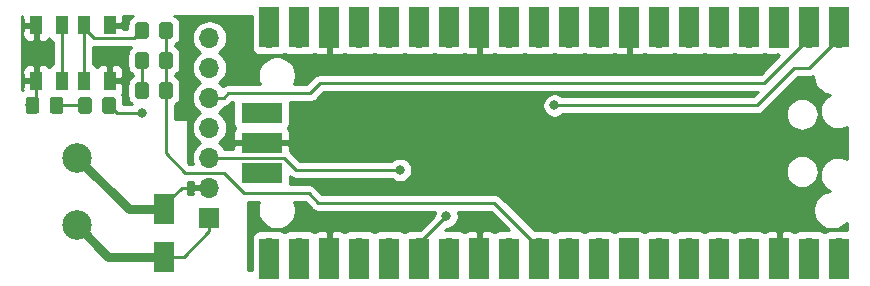
<source format=gbr>
G04 #@! TF.GenerationSoftware,KiCad,Pcbnew,(5.1.4)-1*
G04 #@! TF.CreationDate,2022-10-10T15:45:04+02:00*
G04 #@! TF.ProjectId,PiPico_BCU_Connector,50695069-636f-45f4-9243-555f436f6e6e,V00.03*
G04 #@! TF.SameCoordinates,Original*
G04 #@! TF.FileFunction,Copper,L1,Top*
G04 #@! TF.FilePolarity,Positive*
%FSLAX46Y46*%
G04 Gerber Fmt 4.6, Leading zero omitted, Abs format (unit mm)*
G04 Created by KiCad (PCBNEW (5.1.4)-1) date 2022-10-10 15:45:04*
%MOMM*%
%LPD*%
G04 APERTURE LIST*
%ADD10O,1.700000X1.700000*%
%ADD11R,3.500000X1.700000*%
%ADD12R,1.700000X1.700000*%
%ADD13R,1.700000X3.500000*%
%ADD14C,0.100000*%
%ADD15C,1.150000*%
%ADD16R,1.050000X1.600000*%
%ADD17C,2.500000*%
%ADD18R,1.800000X2.500000*%
%ADD19C,0.800000*%
%ADD20C,0.250000*%
%ADD21C,0.800000*%
%ADD22C,0.254000*%
G04 APERTURE END LIST*
D10*
X161520000Y-83820000D03*
D11*
X160620000Y-83820000D03*
D12*
X161520000Y-81280000D03*
D11*
X160620000Y-81280000D03*
D10*
X161520000Y-78740000D03*
D11*
X160620000Y-78740000D03*
D13*
X161290000Y-91070000D03*
X163830000Y-91070000D03*
X166370000Y-91070000D03*
X168910000Y-91070000D03*
X171450000Y-91070000D03*
X173990000Y-91070000D03*
X176530000Y-91070000D03*
X179070000Y-91070000D03*
X181610000Y-91070000D03*
X184150000Y-91070000D03*
X186690000Y-91070000D03*
X189230000Y-91070000D03*
X191770000Y-91070000D03*
X194310000Y-91070000D03*
X196850000Y-91070000D03*
X199390000Y-91070000D03*
X201930000Y-91070000D03*
X204470000Y-91070000D03*
X207010000Y-91070000D03*
X209550000Y-91070000D03*
X161290000Y-71490000D03*
X163830000Y-71490000D03*
X166370000Y-71490000D03*
X168910000Y-71490000D03*
X171450000Y-71490000D03*
X173990000Y-71490000D03*
X176530000Y-71490000D03*
X179070000Y-71490000D03*
X181610000Y-71490000D03*
X184150000Y-71490000D03*
X186690000Y-71490000D03*
X189230000Y-71490000D03*
X191770000Y-71490000D03*
X194310000Y-71490000D03*
X196850000Y-71490000D03*
X199390000Y-71490000D03*
X201930000Y-71490000D03*
X204470000Y-71490000D03*
X207010000Y-71490000D03*
X209550000Y-71490000D03*
D10*
X209550000Y-90170000D03*
X207010000Y-90170000D03*
D12*
X204470000Y-90170000D03*
D10*
X201930000Y-90170000D03*
X199390000Y-90170000D03*
X196850000Y-90170000D03*
X194310000Y-90170000D03*
D12*
X191770000Y-90170000D03*
D10*
X189230000Y-90170000D03*
X186690000Y-90170000D03*
X184150000Y-90170000D03*
X181610000Y-90170000D03*
D12*
X179070000Y-90170000D03*
D10*
X176530000Y-90170000D03*
X173990000Y-90170000D03*
X171450000Y-90170000D03*
X168910000Y-90170000D03*
D12*
X166370000Y-90170000D03*
D10*
X163830000Y-90170000D03*
X161290000Y-90170000D03*
X161290000Y-72390000D03*
X163830000Y-72390000D03*
D12*
X166370000Y-72390000D03*
D10*
X168910000Y-72390000D03*
X171450000Y-72390000D03*
X173990000Y-72390000D03*
X176530000Y-72390000D03*
D12*
X179070000Y-72390000D03*
D10*
X181610000Y-72390000D03*
X184150000Y-72390000D03*
X186690000Y-72390000D03*
X189230000Y-72390000D03*
D12*
X191770000Y-72390000D03*
D10*
X194310000Y-72390000D03*
X196850000Y-72390000D03*
X199390000Y-72390000D03*
X201930000Y-72390000D03*
D12*
X204470000Y-72390000D03*
D10*
X207010000Y-72390000D03*
X209550000Y-72390000D03*
D14*
G36*
X143614505Y-77406204D02*
G01*
X143638773Y-77409804D01*
X143662572Y-77415765D01*
X143685671Y-77424030D01*
X143707850Y-77434520D01*
X143728893Y-77447132D01*
X143748599Y-77461747D01*
X143766777Y-77478223D01*
X143783253Y-77496401D01*
X143797868Y-77516107D01*
X143810480Y-77537150D01*
X143820970Y-77559329D01*
X143829235Y-77582428D01*
X143835196Y-77606227D01*
X143838796Y-77630495D01*
X143840000Y-77654999D01*
X143840000Y-78555001D01*
X143838796Y-78579505D01*
X143835196Y-78603773D01*
X143829235Y-78627572D01*
X143820970Y-78650671D01*
X143810480Y-78672850D01*
X143797868Y-78693893D01*
X143783253Y-78713599D01*
X143766777Y-78731777D01*
X143748599Y-78748253D01*
X143728893Y-78762868D01*
X143707850Y-78775480D01*
X143685671Y-78785970D01*
X143662572Y-78794235D01*
X143638773Y-78800196D01*
X143614505Y-78803796D01*
X143590001Y-78805000D01*
X142939999Y-78805000D01*
X142915495Y-78803796D01*
X142891227Y-78800196D01*
X142867428Y-78794235D01*
X142844329Y-78785970D01*
X142822150Y-78775480D01*
X142801107Y-78762868D01*
X142781401Y-78748253D01*
X142763223Y-78731777D01*
X142746747Y-78713599D01*
X142732132Y-78693893D01*
X142719520Y-78672850D01*
X142709030Y-78650671D01*
X142700765Y-78627572D01*
X142694804Y-78603773D01*
X142691204Y-78579505D01*
X142690000Y-78555001D01*
X142690000Y-77654999D01*
X142691204Y-77630495D01*
X142694804Y-77606227D01*
X142700765Y-77582428D01*
X142709030Y-77559329D01*
X142719520Y-77537150D01*
X142732132Y-77516107D01*
X142746747Y-77496401D01*
X142763223Y-77478223D01*
X142781401Y-77461747D01*
X142801107Y-77447132D01*
X142822150Y-77434520D01*
X142844329Y-77424030D01*
X142867428Y-77415765D01*
X142891227Y-77409804D01*
X142915495Y-77406204D01*
X142939999Y-77405000D01*
X143590001Y-77405000D01*
X143614505Y-77406204D01*
X143614505Y-77406204D01*
G37*
D15*
X143265000Y-78105000D03*
D14*
G36*
X141564505Y-77406204D02*
G01*
X141588773Y-77409804D01*
X141612572Y-77415765D01*
X141635671Y-77424030D01*
X141657850Y-77434520D01*
X141678893Y-77447132D01*
X141698599Y-77461747D01*
X141716777Y-77478223D01*
X141733253Y-77496401D01*
X141747868Y-77516107D01*
X141760480Y-77537150D01*
X141770970Y-77559329D01*
X141779235Y-77582428D01*
X141785196Y-77606227D01*
X141788796Y-77630495D01*
X141790000Y-77654999D01*
X141790000Y-78555001D01*
X141788796Y-78579505D01*
X141785196Y-78603773D01*
X141779235Y-78627572D01*
X141770970Y-78650671D01*
X141760480Y-78672850D01*
X141747868Y-78693893D01*
X141733253Y-78713599D01*
X141716777Y-78731777D01*
X141698599Y-78748253D01*
X141678893Y-78762868D01*
X141657850Y-78775480D01*
X141635671Y-78785970D01*
X141612572Y-78794235D01*
X141588773Y-78800196D01*
X141564505Y-78803796D01*
X141540001Y-78805000D01*
X140889999Y-78805000D01*
X140865495Y-78803796D01*
X140841227Y-78800196D01*
X140817428Y-78794235D01*
X140794329Y-78785970D01*
X140772150Y-78775480D01*
X140751107Y-78762868D01*
X140731401Y-78748253D01*
X140713223Y-78731777D01*
X140696747Y-78713599D01*
X140682132Y-78693893D01*
X140669520Y-78672850D01*
X140659030Y-78650671D01*
X140650765Y-78627572D01*
X140644804Y-78603773D01*
X140641204Y-78579505D01*
X140640000Y-78555001D01*
X140640000Y-77654999D01*
X140641204Y-77630495D01*
X140644804Y-77606227D01*
X140650765Y-77582428D01*
X140659030Y-77559329D01*
X140669520Y-77537150D01*
X140682132Y-77516107D01*
X140696747Y-77496401D01*
X140713223Y-77478223D01*
X140731401Y-77461747D01*
X140751107Y-77447132D01*
X140772150Y-77434520D01*
X140794329Y-77424030D01*
X140817428Y-77415765D01*
X140841227Y-77409804D01*
X140865495Y-77406204D01*
X140889999Y-77405000D01*
X141540001Y-77405000D01*
X141564505Y-77406204D01*
X141564505Y-77406204D01*
G37*
D15*
X141215000Y-78105000D03*
D14*
G36*
X148059505Y-77406204D02*
G01*
X148083773Y-77409804D01*
X148107572Y-77415765D01*
X148130671Y-77424030D01*
X148152850Y-77434520D01*
X148173893Y-77447132D01*
X148193599Y-77461747D01*
X148211777Y-77478223D01*
X148228253Y-77496401D01*
X148242868Y-77516107D01*
X148255480Y-77537150D01*
X148265970Y-77559329D01*
X148274235Y-77582428D01*
X148280196Y-77606227D01*
X148283796Y-77630495D01*
X148285000Y-77654999D01*
X148285000Y-78555001D01*
X148283796Y-78579505D01*
X148280196Y-78603773D01*
X148274235Y-78627572D01*
X148265970Y-78650671D01*
X148255480Y-78672850D01*
X148242868Y-78693893D01*
X148228253Y-78713599D01*
X148211777Y-78731777D01*
X148193599Y-78748253D01*
X148173893Y-78762868D01*
X148152850Y-78775480D01*
X148130671Y-78785970D01*
X148107572Y-78794235D01*
X148083773Y-78800196D01*
X148059505Y-78803796D01*
X148035001Y-78805000D01*
X147384999Y-78805000D01*
X147360495Y-78803796D01*
X147336227Y-78800196D01*
X147312428Y-78794235D01*
X147289329Y-78785970D01*
X147267150Y-78775480D01*
X147246107Y-78762868D01*
X147226401Y-78748253D01*
X147208223Y-78731777D01*
X147191747Y-78713599D01*
X147177132Y-78693893D01*
X147164520Y-78672850D01*
X147154030Y-78650671D01*
X147145765Y-78627572D01*
X147139804Y-78603773D01*
X147136204Y-78579505D01*
X147135000Y-78555001D01*
X147135000Y-77654999D01*
X147136204Y-77630495D01*
X147139804Y-77606227D01*
X147145765Y-77582428D01*
X147154030Y-77559329D01*
X147164520Y-77537150D01*
X147177132Y-77516107D01*
X147191747Y-77496401D01*
X147208223Y-77478223D01*
X147226401Y-77461747D01*
X147246107Y-77447132D01*
X147267150Y-77434520D01*
X147289329Y-77424030D01*
X147312428Y-77415765D01*
X147336227Y-77409804D01*
X147360495Y-77406204D01*
X147384999Y-77405000D01*
X148035001Y-77405000D01*
X148059505Y-77406204D01*
X148059505Y-77406204D01*
G37*
D15*
X147710000Y-78105000D03*
D14*
G36*
X146009505Y-77406204D02*
G01*
X146033773Y-77409804D01*
X146057572Y-77415765D01*
X146080671Y-77424030D01*
X146102850Y-77434520D01*
X146123893Y-77447132D01*
X146143599Y-77461747D01*
X146161777Y-77478223D01*
X146178253Y-77496401D01*
X146192868Y-77516107D01*
X146205480Y-77537150D01*
X146215970Y-77559329D01*
X146224235Y-77582428D01*
X146230196Y-77606227D01*
X146233796Y-77630495D01*
X146235000Y-77654999D01*
X146235000Y-78555001D01*
X146233796Y-78579505D01*
X146230196Y-78603773D01*
X146224235Y-78627572D01*
X146215970Y-78650671D01*
X146205480Y-78672850D01*
X146192868Y-78693893D01*
X146178253Y-78713599D01*
X146161777Y-78731777D01*
X146143599Y-78748253D01*
X146123893Y-78762868D01*
X146102850Y-78775480D01*
X146080671Y-78785970D01*
X146057572Y-78794235D01*
X146033773Y-78800196D01*
X146009505Y-78803796D01*
X145985001Y-78805000D01*
X145334999Y-78805000D01*
X145310495Y-78803796D01*
X145286227Y-78800196D01*
X145262428Y-78794235D01*
X145239329Y-78785970D01*
X145217150Y-78775480D01*
X145196107Y-78762868D01*
X145176401Y-78748253D01*
X145158223Y-78731777D01*
X145141747Y-78713599D01*
X145127132Y-78693893D01*
X145114520Y-78672850D01*
X145104030Y-78650671D01*
X145095765Y-78627572D01*
X145089804Y-78603773D01*
X145086204Y-78579505D01*
X145085000Y-78555001D01*
X145085000Y-77654999D01*
X145086204Y-77630495D01*
X145089804Y-77606227D01*
X145095765Y-77582428D01*
X145104030Y-77559329D01*
X145114520Y-77537150D01*
X145127132Y-77516107D01*
X145141747Y-77496401D01*
X145158223Y-77478223D01*
X145176401Y-77461747D01*
X145196107Y-77447132D01*
X145217150Y-77434520D01*
X145239329Y-77424030D01*
X145262428Y-77415765D01*
X145286227Y-77409804D01*
X145310495Y-77406204D01*
X145334999Y-77405000D01*
X145985001Y-77405000D01*
X146009505Y-77406204D01*
X146009505Y-77406204D01*
G37*
D15*
X145660000Y-78105000D03*
D16*
X147760000Y-76010000D03*
X145610000Y-76010000D03*
X147760000Y-71310000D03*
X145610000Y-71310000D03*
D14*
G36*
X152885505Y-71056204D02*
G01*
X152909773Y-71059804D01*
X152933572Y-71065765D01*
X152956671Y-71074030D01*
X152978850Y-71084520D01*
X152999893Y-71097132D01*
X153019599Y-71111747D01*
X153037777Y-71128223D01*
X153054253Y-71146401D01*
X153068868Y-71166107D01*
X153081480Y-71187150D01*
X153091970Y-71209329D01*
X153100235Y-71232428D01*
X153106196Y-71256227D01*
X153109796Y-71280495D01*
X153111000Y-71304999D01*
X153111000Y-72205001D01*
X153109796Y-72229505D01*
X153106196Y-72253773D01*
X153100235Y-72277572D01*
X153091970Y-72300671D01*
X153081480Y-72322850D01*
X153068868Y-72343893D01*
X153054253Y-72363599D01*
X153037777Y-72381777D01*
X153019599Y-72398253D01*
X152999893Y-72412868D01*
X152978850Y-72425480D01*
X152956671Y-72435970D01*
X152933572Y-72444235D01*
X152909773Y-72450196D01*
X152885505Y-72453796D01*
X152861001Y-72455000D01*
X152210999Y-72455000D01*
X152186495Y-72453796D01*
X152162227Y-72450196D01*
X152138428Y-72444235D01*
X152115329Y-72435970D01*
X152093150Y-72425480D01*
X152072107Y-72412868D01*
X152052401Y-72398253D01*
X152034223Y-72381777D01*
X152017747Y-72363599D01*
X152003132Y-72343893D01*
X151990520Y-72322850D01*
X151980030Y-72300671D01*
X151971765Y-72277572D01*
X151965804Y-72253773D01*
X151962204Y-72229505D01*
X151961000Y-72205001D01*
X151961000Y-71304999D01*
X151962204Y-71280495D01*
X151965804Y-71256227D01*
X151971765Y-71232428D01*
X151980030Y-71209329D01*
X151990520Y-71187150D01*
X152003132Y-71166107D01*
X152017747Y-71146401D01*
X152034223Y-71128223D01*
X152052401Y-71111747D01*
X152072107Y-71097132D01*
X152093150Y-71084520D01*
X152115329Y-71074030D01*
X152138428Y-71065765D01*
X152162227Y-71059804D01*
X152186495Y-71056204D01*
X152210999Y-71055000D01*
X152861001Y-71055000D01*
X152885505Y-71056204D01*
X152885505Y-71056204D01*
G37*
D15*
X152536000Y-71755000D03*
D14*
G36*
X150835505Y-71056204D02*
G01*
X150859773Y-71059804D01*
X150883572Y-71065765D01*
X150906671Y-71074030D01*
X150928850Y-71084520D01*
X150949893Y-71097132D01*
X150969599Y-71111747D01*
X150987777Y-71128223D01*
X151004253Y-71146401D01*
X151018868Y-71166107D01*
X151031480Y-71187150D01*
X151041970Y-71209329D01*
X151050235Y-71232428D01*
X151056196Y-71256227D01*
X151059796Y-71280495D01*
X151061000Y-71304999D01*
X151061000Y-72205001D01*
X151059796Y-72229505D01*
X151056196Y-72253773D01*
X151050235Y-72277572D01*
X151041970Y-72300671D01*
X151031480Y-72322850D01*
X151018868Y-72343893D01*
X151004253Y-72363599D01*
X150987777Y-72381777D01*
X150969599Y-72398253D01*
X150949893Y-72412868D01*
X150928850Y-72425480D01*
X150906671Y-72435970D01*
X150883572Y-72444235D01*
X150859773Y-72450196D01*
X150835505Y-72453796D01*
X150811001Y-72455000D01*
X150160999Y-72455000D01*
X150136495Y-72453796D01*
X150112227Y-72450196D01*
X150088428Y-72444235D01*
X150065329Y-72435970D01*
X150043150Y-72425480D01*
X150022107Y-72412868D01*
X150002401Y-72398253D01*
X149984223Y-72381777D01*
X149967747Y-72363599D01*
X149953132Y-72343893D01*
X149940520Y-72322850D01*
X149930030Y-72300671D01*
X149921765Y-72277572D01*
X149915804Y-72253773D01*
X149912204Y-72229505D01*
X149911000Y-72205001D01*
X149911000Y-71304999D01*
X149912204Y-71280495D01*
X149915804Y-71256227D01*
X149921765Y-71232428D01*
X149930030Y-71209329D01*
X149940520Y-71187150D01*
X149953132Y-71166107D01*
X149967747Y-71146401D01*
X149984223Y-71128223D01*
X150002401Y-71111747D01*
X150022107Y-71097132D01*
X150043150Y-71084520D01*
X150065329Y-71074030D01*
X150088428Y-71065765D01*
X150112227Y-71059804D01*
X150136495Y-71056204D01*
X150160999Y-71055000D01*
X150811001Y-71055000D01*
X150835505Y-71056204D01*
X150835505Y-71056204D01*
G37*
D15*
X150486000Y-71755000D03*
D14*
G36*
X152885505Y-76136204D02*
G01*
X152909773Y-76139804D01*
X152933572Y-76145765D01*
X152956671Y-76154030D01*
X152978850Y-76164520D01*
X152999893Y-76177132D01*
X153019599Y-76191747D01*
X153037777Y-76208223D01*
X153054253Y-76226401D01*
X153068868Y-76246107D01*
X153081480Y-76267150D01*
X153091970Y-76289329D01*
X153100235Y-76312428D01*
X153106196Y-76336227D01*
X153109796Y-76360495D01*
X153111000Y-76384999D01*
X153111000Y-77285001D01*
X153109796Y-77309505D01*
X153106196Y-77333773D01*
X153100235Y-77357572D01*
X153091970Y-77380671D01*
X153081480Y-77402850D01*
X153068868Y-77423893D01*
X153054253Y-77443599D01*
X153037777Y-77461777D01*
X153019599Y-77478253D01*
X152999893Y-77492868D01*
X152978850Y-77505480D01*
X152956671Y-77515970D01*
X152933572Y-77524235D01*
X152909773Y-77530196D01*
X152885505Y-77533796D01*
X152861001Y-77535000D01*
X152210999Y-77535000D01*
X152186495Y-77533796D01*
X152162227Y-77530196D01*
X152138428Y-77524235D01*
X152115329Y-77515970D01*
X152093150Y-77505480D01*
X152072107Y-77492868D01*
X152052401Y-77478253D01*
X152034223Y-77461777D01*
X152017747Y-77443599D01*
X152003132Y-77423893D01*
X151990520Y-77402850D01*
X151980030Y-77380671D01*
X151971765Y-77357572D01*
X151965804Y-77333773D01*
X151962204Y-77309505D01*
X151961000Y-77285001D01*
X151961000Y-76384999D01*
X151962204Y-76360495D01*
X151965804Y-76336227D01*
X151971765Y-76312428D01*
X151980030Y-76289329D01*
X151990520Y-76267150D01*
X152003132Y-76246107D01*
X152017747Y-76226401D01*
X152034223Y-76208223D01*
X152052401Y-76191747D01*
X152072107Y-76177132D01*
X152093150Y-76164520D01*
X152115329Y-76154030D01*
X152138428Y-76145765D01*
X152162227Y-76139804D01*
X152186495Y-76136204D01*
X152210999Y-76135000D01*
X152861001Y-76135000D01*
X152885505Y-76136204D01*
X152885505Y-76136204D01*
G37*
D15*
X152536000Y-76835000D03*
D14*
G36*
X150835505Y-76136204D02*
G01*
X150859773Y-76139804D01*
X150883572Y-76145765D01*
X150906671Y-76154030D01*
X150928850Y-76164520D01*
X150949893Y-76177132D01*
X150969599Y-76191747D01*
X150987777Y-76208223D01*
X151004253Y-76226401D01*
X151018868Y-76246107D01*
X151031480Y-76267150D01*
X151041970Y-76289329D01*
X151050235Y-76312428D01*
X151056196Y-76336227D01*
X151059796Y-76360495D01*
X151061000Y-76384999D01*
X151061000Y-77285001D01*
X151059796Y-77309505D01*
X151056196Y-77333773D01*
X151050235Y-77357572D01*
X151041970Y-77380671D01*
X151031480Y-77402850D01*
X151018868Y-77423893D01*
X151004253Y-77443599D01*
X150987777Y-77461777D01*
X150969599Y-77478253D01*
X150949893Y-77492868D01*
X150928850Y-77505480D01*
X150906671Y-77515970D01*
X150883572Y-77524235D01*
X150859773Y-77530196D01*
X150835505Y-77533796D01*
X150811001Y-77535000D01*
X150160999Y-77535000D01*
X150136495Y-77533796D01*
X150112227Y-77530196D01*
X150088428Y-77524235D01*
X150065329Y-77515970D01*
X150043150Y-77505480D01*
X150022107Y-77492868D01*
X150002401Y-77478253D01*
X149984223Y-77461777D01*
X149967747Y-77443599D01*
X149953132Y-77423893D01*
X149940520Y-77402850D01*
X149930030Y-77380671D01*
X149921765Y-77357572D01*
X149915804Y-77333773D01*
X149912204Y-77309505D01*
X149911000Y-77285001D01*
X149911000Y-76384999D01*
X149912204Y-76360495D01*
X149915804Y-76336227D01*
X149921765Y-76312428D01*
X149930030Y-76289329D01*
X149940520Y-76267150D01*
X149953132Y-76246107D01*
X149967747Y-76226401D01*
X149984223Y-76208223D01*
X150002401Y-76191747D01*
X150022107Y-76177132D01*
X150043150Y-76164520D01*
X150065329Y-76154030D01*
X150088428Y-76145765D01*
X150112227Y-76139804D01*
X150136495Y-76136204D01*
X150160999Y-76135000D01*
X150811001Y-76135000D01*
X150835505Y-76136204D01*
X150835505Y-76136204D01*
G37*
D15*
X150486000Y-76835000D03*
D14*
G36*
X152885505Y-73596204D02*
G01*
X152909773Y-73599804D01*
X152933572Y-73605765D01*
X152956671Y-73614030D01*
X152978850Y-73624520D01*
X152999893Y-73637132D01*
X153019599Y-73651747D01*
X153037777Y-73668223D01*
X153054253Y-73686401D01*
X153068868Y-73706107D01*
X153081480Y-73727150D01*
X153091970Y-73749329D01*
X153100235Y-73772428D01*
X153106196Y-73796227D01*
X153109796Y-73820495D01*
X153111000Y-73844999D01*
X153111000Y-74745001D01*
X153109796Y-74769505D01*
X153106196Y-74793773D01*
X153100235Y-74817572D01*
X153091970Y-74840671D01*
X153081480Y-74862850D01*
X153068868Y-74883893D01*
X153054253Y-74903599D01*
X153037777Y-74921777D01*
X153019599Y-74938253D01*
X152999893Y-74952868D01*
X152978850Y-74965480D01*
X152956671Y-74975970D01*
X152933572Y-74984235D01*
X152909773Y-74990196D01*
X152885505Y-74993796D01*
X152861001Y-74995000D01*
X152210999Y-74995000D01*
X152186495Y-74993796D01*
X152162227Y-74990196D01*
X152138428Y-74984235D01*
X152115329Y-74975970D01*
X152093150Y-74965480D01*
X152072107Y-74952868D01*
X152052401Y-74938253D01*
X152034223Y-74921777D01*
X152017747Y-74903599D01*
X152003132Y-74883893D01*
X151990520Y-74862850D01*
X151980030Y-74840671D01*
X151971765Y-74817572D01*
X151965804Y-74793773D01*
X151962204Y-74769505D01*
X151961000Y-74745001D01*
X151961000Y-73844999D01*
X151962204Y-73820495D01*
X151965804Y-73796227D01*
X151971765Y-73772428D01*
X151980030Y-73749329D01*
X151990520Y-73727150D01*
X152003132Y-73706107D01*
X152017747Y-73686401D01*
X152034223Y-73668223D01*
X152052401Y-73651747D01*
X152072107Y-73637132D01*
X152093150Y-73624520D01*
X152115329Y-73614030D01*
X152138428Y-73605765D01*
X152162227Y-73599804D01*
X152186495Y-73596204D01*
X152210999Y-73595000D01*
X152861001Y-73595000D01*
X152885505Y-73596204D01*
X152885505Y-73596204D01*
G37*
D15*
X152536000Y-74295000D03*
D14*
G36*
X150835505Y-73596204D02*
G01*
X150859773Y-73599804D01*
X150883572Y-73605765D01*
X150906671Y-73614030D01*
X150928850Y-73624520D01*
X150949893Y-73637132D01*
X150969599Y-73651747D01*
X150987777Y-73668223D01*
X151004253Y-73686401D01*
X151018868Y-73706107D01*
X151031480Y-73727150D01*
X151041970Y-73749329D01*
X151050235Y-73772428D01*
X151056196Y-73796227D01*
X151059796Y-73820495D01*
X151061000Y-73844999D01*
X151061000Y-74745001D01*
X151059796Y-74769505D01*
X151056196Y-74793773D01*
X151050235Y-74817572D01*
X151041970Y-74840671D01*
X151031480Y-74862850D01*
X151018868Y-74883893D01*
X151004253Y-74903599D01*
X150987777Y-74921777D01*
X150969599Y-74938253D01*
X150949893Y-74952868D01*
X150928850Y-74965480D01*
X150906671Y-74975970D01*
X150883572Y-74984235D01*
X150859773Y-74990196D01*
X150835505Y-74993796D01*
X150811001Y-74995000D01*
X150160999Y-74995000D01*
X150136495Y-74993796D01*
X150112227Y-74990196D01*
X150088428Y-74984235D01*
X150065329Y-74975970D01*
X150043150Y-74965480D01*
X150022107Y-74952868D01*
X150002401Y-74938253D01*
X149984223Y-74921777D01*
X149967747Y-74903599D01*
X149953132Y-74883893D01*
X149940520Y-74862850D01*
X149930030Y-74840671D01*
X149921765Y-74817572D01*
X149915804Y-74793773D01*
X149912204Y-74769505D01*
X149911000Y-74745001D01*
X149911000Y-73844999D01*
X149912204Y-73820495D01*
X149915804Y-73796227D01*
X149921765Y-73772428D01*
X149930030Y-73749329D01*
X149940520Y-73727150D01*
X149953132Y-73706107D01*
X149967747Y-73686401D01*
X149984223Y-73668223D01*
X150002401Y-73651747D01*
X150022107Y-73637132D01*
X150043150Y-73624520D01*
X150065329Y-73614030D01*
X150088428Y-73605765D01*
X150112227Y-73599804D01*
X150136495Y-73596204D01*
X150160999Y-73595000D01*
X150811001Y-73595000D01*
X150835505Y-73596204D01*
X150835505Y-73596204D01*
G37*
D15*
X150486000Y-74295000D03*
D10*
X156210000Y-72390000D03*
X156210000Y-74930000D03*
X156210000Y-77470000D03*
X156210000Y-80010000D03*
X156210000Y-82550000D03*
X156210000Y-85090000D03*
D12*
X156210000Y-87630000D03*
D16*
X141546000Y-71310000D03*
X143696000Y-71310000D03*
X141546000Y-76010000D03*
X143696000Y-76010000D03*
D17*
X145015000Y-82525000D03*
X145015000Y-88275000D03*
D18*
X152400000Y-90900000D03*
X152400000Y-86900000D03*
D19*
X172339000Y-83566000D03*
X176276000Y-87503000D03*
X185420000Y-78105000D03*
X147701000Y-71247000D03*
X141986000Y-73660000D03*
X147320000Y-73660000D03*
X150486000Y-74514000D03*
X150495000Y-78740000D03*
X143696000Y-76010000D03*
D20*
X162535002Y-82550000D02*
X163551002Y-83566000D01*
X156210000Y-82550000D02*
X162535002Y-82550000D01*
X163551002Y-83566000D02*
X172339000Y-83566000D01*
X172339000Y-83566000D02*
X172339000Y-83566000D01*
X173990000Y-89789000D02*
X173990000Y-90170000D01*
X176276000Y-87503000D02*
X173990000Y-89789000D01*
X203200000Y-76200000D02*
X201295000Y-76200000D01*
X207010000Y-72390000D02*
X203200000Y-76200000D01*
X185420000Y-76200000D02*
X201295000Y-76200000D01*
X201295000Y-76200000D02*
X202565000Y-76200000D01*
X157412081Y-77470000D02*
X157812081Y-77070000D01*
X156210000Y-77470000D02*
X157412081Y-77470000D01*
X157812081Y-77070000D02*
X164740000Y-77070000D01*
X165610000Y-76200000D02*
X185420000Y-76200000D01*
X164740000Y-77070000D02*
X165610000Y-76200000D01*
X209550000Y-72390000D02*
X207010000Y-74930000D01*
X207010000Y-74930000D02*
X205740000Y-74930000D01*
X202565000Y-78105000D02*
X185420000Y-78105000D01*
X205740000Y-74930000D02*
X202565000Y-78105000D01*
D21*
X152400000Y-86900000D02*
X150660000Y-86900000D01*
D20*
X152400000Y-86550000D02*
X152400000Y-86900000D01*
X153860000Y-85090000D02*
X152400000Y-86550000D01*
X156210000Y-85090000D02*
X153860000Y-85090000D01*
X141546000Y-77774000D02*
X141215000Y-78105000D01*
X141546000Y-76010000D02*
X141546000Y-77774000D01*
D21*
X149390000Y-86900000D02*
X152400000Y-86900000D01*
X145015000Y-82525000D02*
X149390000Y-86900000D01*
X152400000Y-90900000D02*
X148910000Y-90900000D01*
D20*
X153550000Y-90900000D02*
X152400000Y-90900000D01*
X154040000Y-90900000D02*
X153550000Y-90900000D01*
X156210000Y-88730000D02*
X154040000Y-90900000D01*
X156210000Y-87630000D02*
X156210000Y-88730000D01*
D21*
X147640000Y-90900000D02*
X148910000Y-90900000D01*
X145015000Y-88275000D02*
X147640000Y-90900000D01*
D20*
X150486000Y-74295000D02*
X150486000Y-74514000D01*
X150486000Y-74514000D02*
X150486000Y-76835000D01*
X145610000Y-72360000D02*
X145610000Y-76010000D01*
X145610000Y-71310000D02*
X145610000Y-72360000D01*
X149805999Y-72435001D02*
X150486000Y-71755000D01*
X146460001Y-72435001D02*
X149805999Y-72435001D01*
X145610000Y-71310000D02*
X145610000Y-71585000D01*
X145610000Y-71585000D02*
X146460001Y-72435001D01*
X143265000Y-78105000D02*
X145660000Y-78105000D01*
X148345000Y-78740000D02*
X147710000Y-78105000D01*
X150495000Y-78740000D02*
X148345000Y-78740000D01*
X143696000Y-72360000D02*
X143696000Y-76010000D01*
X143696000Y-71310000D02*
X143696000Y-72360000D01*
X143696000Y-76010000D02*
X143696000Y-76010000D01*
X152536000Y-71755000D02*
X152536000Y-76835000D01*
X180340000Y-86360000D02*
X184150000Y-90170000D01*
X165440000Y-86360000D02*
X180340000Y-86360000D01*
X152536000Y-82178000D02*
X154178000Y-83820000D01*
X152536000Y-76835000D02*
X152536000Y-82178000D01*
X154178000Y-83820000D02*
X157434998Y-83820000D01*
X159154998Y-85540000D02*
X164620000Y-85540000D01*
X157434998Y-83820000D02*
X159154998Y-85540000D01*
X164620000Y-85540000D02*
X165440000Y-86360000D01*
D22*
G36*
X160360187Y-86506836D02*
G01*
X160297849Y-86820232D01*
X160297849Y-87139768D01*
X160360187Y-87453164D01*
X160482468Y-87748377D01*
X160659993Y-88014061D01*
X160885939Y-88240007D01*
X161151623Y-88417532D01*
X161446836Y-88539813D01*
X161760232Y-88602151D01*
X162079768Y-88602151D01*
X162393164Y-88539813D01*
X162688377Y-88417532D01*
X162954061Y-88240007D01*
X163180007Y-88014061D01*
X163357532Y-87748377D01*
X163479813Y-87453164D01*
X163542151Y-87139768D01*
X163542151Y-86820232D01*
X163479813Y-86506836D01*
X163394139Y-86300000D01*
X164305199Y-86300000D01*
X164876201Y-86871002D01*
X164899999Y-86900001D01*
X164928997Y-86923799D01*
X165015723Y-86994974D01*
X165145203Y-87064183D01*
X165147753Y-87065546D01*
X165291014Y-87109003D01*
X165402667Y-87120000D01*
X165402676Y-87120000D01*
X165439999Y-87123676D01*
X165477322Y-87120000D01*
X175314368Y-87120000D01*
X175280774Y-87201102D01*
X175241000Y-87401061D01*
X175241000Y-87463198D01*
X174022271Y-88681928D01*
X173140000Y-88681928D01*
X173015518Y-88694188D01*
X172895820Y-88730498D01*
X172785506Y-88789463D01*
X172720000Y-88843222D01*
X172654494Y-88789463D01*
X172544180Y-88730498D01*
X172424482Y-88694188D01*
X172300000Y-88681928D01*
X170600000Y-88681928D01*
X170475518Y-88694188D01*
X170355820Y-88730498D01*
X170245506Y-88789463D01*
X170180000Y-88843222D01*
X170114494Y-88789463D01*
X170004180Y-88730498D01*
X169884482Y-88694188D01*
X169760000Y-88681928D01*
X168060000Y-88681928D01*
X167935518Y-88694188D01*
X167815820Y-88730498D01*
X167705506Y-88789463D01*
X167640000Y-88843222D01*
X167574494Y-88789463D01*
X167464180Y-88730498D01*
X167344482Y-88694188D01*
X167220000Y-88681928D01*
X166655750Y-88685000D01*
X166497000Y-88843750D01*
X166497000Y-91217000D01*
X166243000Y-91217000D01*
X166243000Y-88843750D01*
X166084250Y-88685000D01*
X165520000Y-88681928D01*
X165395518Y-88694188D01*
X165275820Y-88730498D01*
X165165506Y-88789463D01*
X165100000Y-88843222D01*
X165034494Y-88789463D01*
X164924180Y-88730498D01*
X164804482Y-88694188D01*
X164680000Y-88681928D01*
X162980000Y-88681928D01*
X162855518Y-88694188D01*
X162735820Y-88730498D01*
X162625506Y-88789463D01*
X162560000Y-88843222D01*
X162494494Y-88789463D01*
X162384180Y-88730498D01*
X162264482Y-88694188D01*
X162140000Y-88681928D01*
X160440000Y-88681928D01*
X160315518Y-88694188D01*
X160195820Y-88730498D01*
X160085506Y-88789463D01*
X159988815Y-88868815D01*
X159909463Y-88965506D01*
X159850498Y-89075820D01*
X159814188Y-89195518D01*
X159801928Y-89320000D01*
X159801928Y-90128240D01*
X159797815Y-90170000D01*
X159801928Y-90211760D01*
X159801928Y-92050000D01*
X159512000Y-92050000D01*
X159512000Y-86300000D01*
X160445861Y-86300000D01*
X160360187Y-86506836D01*
X160360187Y-86506836D01*
G37*
X160360187Y-86506836D02*
X160297849Y-86820232D01*
X160297849Y-87139768D01*
X160360187Y-87453164D01*
X160482468Y-87748377D01*
X160659993Y-88014061D01*
X160885939Y-88240007D01*
X161151623Y-88417532D01*
X161446836Y-88539813D01*
X161760232Y-88602151D01*
X162079768Y-88602151D01*
X162393164Y-88539813D01*
X162688377Y-88417532D01*
X162954061Y-88240007D01*
X163180007Y-88014061D01*
X163357532Y-87748377D01*
X163479813Y-87453164D01*
X163542151Y-87139768D01*
X163542151Y-86820232D01*
X163479813Y-86506836D01*
X163394139Y-86300000D01*
X164305199Y-86300000D01*
X164876201Y-86871002D01*
X164899999Y-86900001D01*
X164928997Y-86923799D01*
X165015723Y-86994974D01*
X165145203Y-87064183D01*
X165147753Y-87065546D01*
X165291014Y-87109003D01*
X165402667Y-87120000D01*
X165402676Y-87120000D01*
X165439999Y-87123676D01*
X165477322Y-87120000D01*
X175314368Y-87120000D01*
X175280774Y-87201102D01*
X175241000Y-87401061D01*
X175241000Y-87463198D01*
X174022271Y-88681928D01*
X173140000Y-88681928D01*
X173015518Y-88694188D01*
X172895820Y-88730498D01*
X172785506Y-88789463D01*
X172720000Y-88843222D01*
X172654494Y-88789463D01*
X172544180Y-88730498D01*
X172424482Y-88694188D01*
X172300000Y-88681928D01*
X170600000Y-88681928D01*
X170475518Y-88694188D01*
X170355820Y-88730498D01*
X170245506Y-88789463D01*
X170180000Y-88843222D01*
X170114494Y-88789463D01*
X170004180Y-88730498D01*
X169884482Y-88694188D01*
X169760000Y-88681928D01*
X168060000Y-88681928D01*
X167935518Y-88694188D01*
X167815820Y-88730498D01*
X167705506Y-88789463D01*
X167640000Y-88843222D01*
X167574494Y-88789463D01*
X167464180Y-88730498D01*
X167344482Y-88694188D01*
X167220000Y-88681928D01*
X166655750Y-88685000D01*
X166497000Y-88843750D01*
X166497000Y-91217000D01*
X166243000Y-91217000D01*
X166243000Y-88843750D01*
X166084250Y-88685000D01*
X165520000Y-88681928D01*
X165395518Y-88694188D01*
X165275820Y-88730498D01*
X165165506Y-88789463D01*
X165100000Y-88843222D01*
X165034494Y-88789463D01*
X164924180Y-88730498D01*
X164804482Y-88694188D01*
X164680000Y-88681928D01*
X162980000Y-88681928D01*
X162855518Y-88694188D01*
X162735820Y-88730498D01*
X162625506Y-88789463D01*
X162560000Y-88843222D01*
X162494494Y-88789463D01*
X162384180Y-88730498D01*
X162264482Y-88694188D01*
X162140000Y-88681928D01*
X160440000Y-88681928D01*
X160315518Y-88694188D01*
X160195820Y-88730498D01*
X160085506Y-88789463D01*
X159988815Y-88868815D01*
X159909463Y-88965506D01*
X159850498Y-89075820D01*
X159814188Y-89195518D01*
X159801928Y-89320000D01*
X159801928Y-90128240D01*
X159797815Y-90170000D01*
X159801928Y-90211760D01*
X159801928Y-92050000D01*
X159512000Y-92050000D01*
X159512000Y-86300000D01*
X160445861Y-86300000D01*
X160360187Y-86506836D01*
G36*
X181587127Y-88681928D02*
G01*
X180760000Y-88681928D01*
X180635518Y-88694188D01*
X180515820Y-88730498D01*
X180405506Y-88789463D01*
X180340000Y-88843222D01*
X180274494Y-88789463D01*
X180164180Y-88730498D01*
X180044482Y-88694188D01*
X179920000Y-88681928D01*
X179355750Y-88685000D01*
X179197000Y-88843750D01*
X179197000Y-91217000D01*
X178943000Y-91217000D01*
X178943000Y-88843750D01*
X178784250Y-88685000D01*
X178220000Y-88681928D01*
X178095518Y-88694188D01*
X177975820Y-88730498D01*
X177865506Y-88789463D01*
X177800000Y-88843222D01*
X177734494Y-88789463D01*
X177624180Y-88730498D01*
X177504482Y-88694188D01*
X177380000Y-88681928D01*
X176171874Y-88681928D01*
X176315802Y-88538000D01*
X176377939Y-88538000D01*
X176577898Y-88498226D01*
X176766256Y-88420205D01*
X176935774Y-88306937D01*
X177079937Y-88162774D01*
X177193205Y-87993256D01*
X177271226Y-87804898D01*
X177311000Y-87604939D01*
X177311000Y-87401061D01*
X177271226Y-87201102D01*
X177237632Y-87120000D01*
X180025199Y-87120000D01*
X181587127Y-88681928D01*
X181587127Y-88681928D01*
G37*
X181587127Y-88681928D02*
X180760000Y-88681928D01*
X180635518Y-88694188D01*
X180515820Y-88730498D01*
X180405506Y-88789463D01*
X180340000Y-88843222D01*
X180274494Y-88789463D01*
X180164180Y-88730498D01*
X180044482Y-88694188D01*
X179920000Y-88681928D01*
X179355750Y-88685000D01*
X179197000Y-88843750D01*
X179197000Y-91217000D01*
X178943000Y-91217000D01*
X178943000Y-88843750D01*
X178784250Y-88685000D01*
X178220000Y-88681928D01*
X178095518Y-88694188D01*
X177975820Y-88730498D01*
X177865506Y-88789463D01*
X177800000Y-88843222D01*
X177734494Y-88789463D01*
X177624180Y-88730498D01*
X177504482Y-88694188D01*
X177380000Y-88681928D01*
X176171874Y-88681928D01*
X176315802Y-88538000D01*
X176377939Y-88538000D01*
X176577898Y-88498226D01*
X176766256Y-88420205D01*
X176935774Y-88306937D01*
X177079937Y-88162774D01*
X177193205Y-87993256D01*
X177271226Y-87804898D01*
X177311000Y-87604939D01*
X177311000Y-87401061D01*
X177271226Y-87201102D01*
X177237632Y-87120000D01*
X180025199Y-87120000D01*
X181587127Y-88681928D01*
G36*
X207297849Y-75739768D02*
G01*
X207360187Y-76053164D01*
X207482468Y-76348377D01*
X207659993Y-76614061D01*
X207885939Y-76840007D01*
X208151623Y-77017532D01*
X208446836Y-77139813D01*
X208712489Y-77192654D01*
X208563073Y-77272519D01*
X208329339Y-77464339D01*
X208137519Y-77698073D01*
X207994983Y-77964739D01*
X207907210Y-78254087D01*
X207877573Y-78555000D01*
X207907210Y-78855913D01*
X207994983Y-79145261D01*
X208137519Y-79411927D01*
X208329339Y-79645661D01*
X208563073Y-79837481D01*
X208829739Y-79980017D01*
X209119087Y-80067790D01*
X209344592Y-80090000D01*
X209495408Y-80090000D01*
X209720913Y-80067790D01*
X210010261Y-79980017D01*
X210160001Y-79899980D01*
X210160000Y-82660020D01*
X210010261Y-82579983D01*
X209720913Y-82492210D01*
X209495408Y-82470000D01*
X209344592Y-82470000D01*
X209119087Y-82492210D01*
X208829739Y-82579983D01*
X208563073Y-82722519D01*
X208329339Y-82914339D01*
X208137519Y-83148073D01*
X207994983Y-83414739D01*
X207907210Y-83704087D01*
X207877573Y-84005000D01*
X207907210Y-84305913D01*
X207994983Y-84595261D01*
X208137519Y-84861927D01*
X208329339Y-85095661D01*
X208563073Y-85287481D01*
X208712489Y-85367346D01*
X208446836Y-85420187D01*
X208151623Y-85542468D01*
X207885939Y-85719993D01*
X207659993Y-85945939D01*
X207482468Y-86211623D01*
X207360187Y-86506836D01*
X207297849Y-86820232D01*
X207297849Y-87139768D01*
X207360187Y-87453164D01*
X207482468Y-87748377D01*
X207659993Y-88014061D01*
X207885939Y-88240007D01*
X208151623Y-88417532D01*
X208446836Y-88539813D01*
X208760232Y-88602151D01*
X209079768Y-88602151D01*
X209393164Y-88539813D01*
X209688377Y-88417532D01*
X209954061Y-88240007D01*
X210160000Y-88034068D01*
X210160000Y-88681928D01*
X208700000Y-88681928D01*
X208575518Y-88694188D01*
X208455820Y-88730498D01*
X208345506Y-88789463D01*
X208280000Y-88843222D01*
X208214494Y-88789463D01*
X208104180Y-88730498D01*
X207984482Y-88694188D01*
X207860000Y-88681928D01*
X206160000Y-88681928D01*
X206035518Y-88694188D01*
X205915820Y-88730498D01*
X205805506Y-88789463D01*
X205740000Y-88843222D01*
X205674494Y-88789463D01*
X205564180Y-88730498D01*
X205444482Y-88694188D01*
X205320000Y-88681928D01*
X204755750Y-88685000D01*
X204597000Y-88843750D01*
X204597000Y-91217000D01*
X204343000Y-91217000D01*
X204343000Y-88843750D01*
X204184250Y-88685000D01*
X203620000Y-88681928D01*
X203495518Y-88694188D01*
X203375820Y-88730498D01*
X203265506Y-88789463D01*
X203200000Y-88843222D01*
X203134494Y-88789463D01*
X203024180Y-88730498D01*
X202904482Y-88694188D01*
X202780000Y-88681928D01*
X201080000Y-88681928D01*
X200955518Y-88694188D01*
X200835820Y-88730498D01*
X200725506Y-88789463D01*
X200660000Y-88843222D01*
X200594494Y-88789463D01*
X200484180Y-88730498D01*
X200364482Y-88694188D01*
X200240000Y-88681928D01*
X198540000Y-88681928D01*
X198415518Y-88694188D01*
X198295820Y-88730498D01*
X198185506Y-88789463D01*
X198120000Y-88843222D01*
X198054494Y-88789463D01*
X197944180Y-88730498D01*
X197824482Y-88694188D01*
X197700000Y-88681928D01*
X196000000Y-88681928D01*
X195875518Y-88694188D01*
X195755820Y-88730498D01*
X195645506Y-88789463D01*
X195580000Y-88843222D01*
X195514494Y-88789463D01*
X195404180Y-88730498D01*
X195284482Y-88694188D01*
X195160000Y-88681928D01*
X193460000Y-88681928D01*
X193335518Y-88694188D01*
X193215820Y-88730498D01*
X193105506Y-88789463D01*
X193040000Y-88843222D01*
X192974494Y-88789463D01*
X192864180Y-88730498D01*
X192744482Y-88694188D01*
X192620000Y-88681928D01*
X190920000Y-88681928D01*
X190795518Y-88694188D01*
X190675820Y-88730498D01*
X190565506Y-88789463D01*
X190500000Y-88843222D01*
X190434494Y-88789463D01*
X190324180Y-88730498D01*
X190204482Y-88694188D01*
X190080000Y-88681928D01*
X188380000Y-88681928D01*
X188255518Y-88694188D01*
X188135820Y-88730498D01*
X188025506Y-88789463D01*
X187960000Y-88843222D01*
X187894494Y-88789463D01*
X187784180Y-88730498D01*
X187664482Y-88694188D01*
X187540000Y-88681928D01*
X185840000Y-88681928D01*
X185715518Y-88694188D01*
X185595820Y-88730498D01*
X185485506Y-88789463D01*
X185420000Y-88843222D01*
X185354494Y-88789463D01*
X185244180Y-88730498D01*
X185124482Y-88694188D01*
X185000000Y-88681928D01*
X183736730Y-88681928D01*
X180903804Y-85849003D01*
X180880001Y-85819999D01*
X180764276Y-85725026D01*
X180632247Y-85654454D01*
X180488986Y-85610997D01*
X180377333Y-85600000D01*
X180377322Y-85600000D01*
X180340000Y-85596324D01*
X180302678Y-85600000D01*
X165754802Y-85600000D01*
X165183803Y-85029002D01*
X165160001Y-84999999D01*
X165044276Y-84905026D01*
X164912247Y-84834454D01*
X164768986Y-84790997D01*
X164657333Y-84780000D01*
X164657322Y-84780000D01*
X164620000Y-84776324D01*
X164582678Y-84780000D01*
X162997238Y-84780000D01*
X163008072Y-84670000D01*
X163008072Y-84102432D01*
X163011001Y-84106001D01*
X163039999Y-84129799D01*
X163126725Y-84200974D01*
X163207737Y-84244276D01*
X163258755Y-84271546D01*
X163402016Y-84315003D01*
X163513669Y-84326000D01*
X163513679Y-84326000D01*
X163551002Y-84329676D01*
X163588324Y-84326000D01*
X171635289Y-84326000D01*
X171679226Y-84369937D01*
X171848744Y-84483205D01*
X172037102Y-84561226D01*
X172237061Y-84601000D01*
X172440939Y-84601000D01*
X172640898Y-84561226D01*
X172829256Y-84483205D01*
X172998774Y-84369937D01*
X173142937Y-84225774D01*
X173256205Y-84056256D01*
X173334226Y-83867898D01*
X173366628Y-83705000D01*
X204998299Y-83705000D01*
X205025040Y-83976507D01*
X205104236Y-84237581D01*
X205232843Y-84478188D01*
X205405919Y-84689081D01*
X205616812Y-84862157D01*
X205857419Y-84990764D01*
X206118493Y-85069960D01*
X206321963Y-85090000D01*
X206458037Y-85090000D01*
X206661507Y-85069960D01*
X206922581Y-84990764D01*
X207163188Y-84862157D01*
X207374081Y-84689081D01*
X207547157Y-84478188D01*
X207675764Y-84237581D01*
X207754960Y-83976507D01*
X207781701Y-83705000D01*
X207754960Y-83433493D01*
X207675764Y-83172419D01*
X207547157Y-82931812D01*
X207374081Y-82720919D01*
X207163188Y-82547843D01*
X206922581Y-82419236D01*
X206661507Y-82340040D01*
X206458037Y-82320000D01*
X206321963Y-82320000D01*
X206118493Y-82340040D01*
X205857419Y-82419236D01*
X205616812Y-82547843D01*
X205405919Y-82720919D01*
X205232843Y-82931812D01*
X205104236Y-83172419D01*
X205025040Y-83433493D01*
X204998299Y-83705000D01*
X173366628Y-83705000D01*
X173374000Y-83667939D01*
X173374000Y-83464061D01*
X173334226Y-83264102D01*
X173256205Y-83075744D01*
X173142937Y-82906226D01*
X172998774Y-82762063D01*
X172829256Y-82648795D01*
X172640898Y-82570774D01*
X172440939Y-82531000D01*
X172237061Y-82531000D01*
X172037102Y-82570774D01*
X171848744Y-82648795D01*
X171679226Y-82762063D01*
X171635289Y-82806000D01*
X163865804Y-82806000D01*
X163098806Y-82039002D01*
X163075003Y-82009999D01*
X163007115Y-81954285D01*
X163005000Y-81565750D01*
X162846250Y-81407000D01*
X158393750Y-81407000D01*
X158235000Y-81565750D01*
X158233779Y-81790000D01*
X157487595Y-81790000D01*
X157450706Y-81720986D01*
X157265134Y-81494866D01*
X157039014Y-81309294D01*
X156984209Y-81280000D01*
X157039014Y-81250706D01*
X157265134Y-81065134D01*
X157450706Y-80839014D01*
X157588599Y-80581034D01*
X157673513Y-80301111D01*
X157702185Y-80010000D01*
X157673513Y-79718889D01*
X157588599Y-79438966D01*
X157450706Y-79180986D01*
X157265134Y-78954866D01*
X157039014Y-78769294D01*
X156984209Y-78740000D01*
X157039014Y-78710706D01*
X157265134Y-78525134D01*
X157450706Y-78299014D01*
X157489716Y-78226031D01*
X157561067Y-78219003D01*
X157704328Y-78175546D01*
X157836357Y-78104974D01*
X157952082Y-78010001D01*
X157975884Y-77980998D01*
X158126882Y-77830000D01*
X158237837Y-77830000D01*
X158231928Y-77890000D01*
X158231928Y-79590000D01*
X158244188Y-79714482D01*
X158280498Y-79834180D01*
X158339463Y-79944494D01*
X158393222Y-80010000D01*
X158339463Y-80075506D01*
X158280498Y-80185820D01*
X158244188Y-80305518D01*
X158231928Y-80430000D01*
X158235000Y-80994250D01*
X158393750Y-81153000D01*
X162846250Y-81153000D01*
X163005000Y-80994250D01*
X163008072Y-80430000D01*
X162995812Y-80305518D01*
X162959502Y-80185820D01*
X162900537Y-80075506D01*
X162846778Y-80010000D01*
X162900537Y-79944494D01*
X162959502Y-79834180D01*
X162995812Y-79714482D01*
X163008072Y-79590000D01*
X163008072Y-78781760D01*
X163012185Y-78740000D01*
X163008072Y-78698240D01*
X163008072Y-77890000D01*
X163002163Y-77830000D01*
X164702678Y-77830000D01*
X164740000Y-77833676D01*
X164777322Y-77830000D01*
X164777333Y-77830000D01*
X164888986Y-77819003D01*
X165032247Y-77775546D01*
X165164276Y-77704974D01*
X165280001Y-77610001D01*
X165303803Y-77580998D01*
X165924802Y-76960000D01*
X202635199Y-76960000D01*
X202250199Y-77345000D01*
X186123711Y-77345000D01*
X186079774Y-77301063D01*
X185910256Y-77187795D01*
X185721898Y-77109774D01*
X185521939Y-77070000D01*
X185318061Y-77070000D01*
X185118102Y-77109774D01*
X184929744Y-77187795D01*
X184760226Y-77301063D01*
X184616063Y-77445226D01*
X184502795Y-77614744D01*
X184424774Y-77803102D01*
X184385000Y-78003061D01*
X184385000Y-78206939D01*
X184424774Y-78406898D01*
X184502795Y-78595256D01*
X184616063Y-78764774D01*
X184760226Y-78908937D01*
X184929744Y-79022205D01*
X185118102Y-79100226D01*
X185318061Y-79140000D01*
X185521939Y-79140000D01*
X185721898Y-79100226D01*
X185910256Y-79022205D01*
X186079774Y-78908937D01*
X186123711Y-78865000D01*
X202527678Y-78865000D01*
X202565000Y-78868676D01*
X202602322Y-78865000D01*
X202602333Y-78865000D01*
X202703863Y-78855000D01*
X204998299Y-78855000D01*
X205025040Y-79126507D01*
X205104236Y-79387581D01*
X205232843Y-79628188D01*
X205405919Y-79839081D01*
X205616812Y-80012157D01*
X205857419Y-80140764D01*
X206118493Y-80219960D01*
X206321963Y-80240000D01*
X206458037Y-80240000D01*
X206661507Y-80219960D01*
X206922581Y-80140764D01*
X207163188Y-80012157D01*
X207374081Y-79839081D01*
X207547157Y-79628188D01*
X207675764Y-79387581D01*
X207754960Y-79126507D01*
X207781701Y-78855000D01*
X207754960Y-78583493D01*
X207675764Y-78322419D01*
X207547157Y-78081812D01*
X207374081Y-77870919D01*
X207163188Y-77697843D01*
X206922581Y-77569236D01*
X206661507Y-77490040D01*
X206458037Y-77470000D01*
X206321963Y-77470000D01*
X206118493Y-77490040D01*
X205857419Y-77569236D01*
X205616812Y-77697843D01*
X205405919Y-77870919D01*
X205232843Y-78081812D01*
X205104236Y-78322419D01*
X205025040Y-78583493D01*
X204998299Y-78855000D01*
X202703863Y-78855000D01*
X202713986Y-78854003D01*
X202857247Y-78810546D01*
X202989276Y-78739974D01*
X203105001Y-78645001D01*
X203128804Y-78615997D01*
X206054802Y-75690000D01*
X206972678Y-75690000D01*
X207010000Y-75693676D01*
X207047322Y-75690000D01*
X207047333Y-75690000D01*
X207158986Y-75679003D01*
X207297849Y-75636880D01*
X207297849Y-75739768D01*
X207297849Y-75739768D01*
G37*
X207297849Y-75739768D02*
X207360187Y-76053164D01*
X207482468Y-76348377D01*
X207659993Y-76614061D01*
X207885939Y-76840007D01*
X208151623Y-77017532D01*
X208446836Y-77139813D01*
X208712489Y-77192654D01*
X208563073Y-77272519D01*
X208329339Y-77464339D01*
X208137519Y-77698073D01*
X207994983Y-77964739D01*
X207907210Y-78254087D01*
X207877573Y-78555000D01*
X207907210Y-78855913D01*
X207994983Y-79145261D01*
X208137519Y-79411927D01*
X208329339Y-79645661D01*
X208563073Y-79837481D01*
X208829739Y-79980017D01*
X209119087Y-80067790D01*
X209344592Y-80090000D01*
X209495408Y-80090000D01*
X209720913Y-80067790D01*
X210010261Y-79980017D01*
X210160001Y-79899980D01*
X210160000Y-82660020D01*
X210010261Y-82579983D01*
X209720913Y-82492210D01*
X209495408Y-82470000D01*
X209344592Y-82470000D01*
X209119087Y-82492210D01*
X208829739Y-82579983D01*
X208563073Y-82722519D01*
X208329339Y-82914339D01*
X208137519Y-83148073D01*
X207994983Y-83414739D01*
X207907210Y-83704087D01*
X207877573Y-84005000D01*
X207907210Y-84305913D01*
X207994983Y-84595261D01*
X208137519Y-84861927D01*
X208329339Y-85095661D01*
X208563073Y-85287481D01*
X208712489Y-85367346D01*
X208446836Y-85420187D01*
X208151623Y-85542468D01*
X207885939Y-85719993D01*
X207659993Y-85945939D01*
X207482468Y-86211623D01*
X207360187Y-86506836D01*
X207297849Y-86820232D01*
X207297849Y-87139768D01*
X207360187Y-87453164D01*
X207482468Y-87748377D01*
X207659993Y-88014061D01*
X207885939Y-88240007D01*
X208151623Y-88417532D01*
X208446836Y-88539813D01*
X208760232Y-88602151D01*
X209079768Y-88602151D01*
X209393164Y-88539813D01*
X209688377Y-88417532D01*
X209954061Y-88240007D01*
X210160000Y-88034068D01*
X210160000Y-88681928D01*
X208700000Y-88681928D01*
X208575518Y-88694188D01*
X208455820Y-88730498D01*
X208345506Y-88789463D01*
X208280000Y-88843222D01*
X208214494Y-88789463D01*
X208104180Y-88730498D01*
X207984482Y-88694188D01*
X207860000Y-88681928D01*
X206160000Y-88681928D01*
X206035518Y-88694188D01*
X205915820Y-88730498D01*
X205805506Y-88789463D01*
X205740000Y-88843222D01*
X205674494Y-88789463D01*
X205564180Y-88730498D01*
X205444482Y-88694188D01*
X205320000Y-88681928D01*
X204755750Y-88685000D01*
X204597000Y-88843750D01*
X204597000Y-91217000D01*
X204343000Y-91217000D01*
X204343000Y-88843750D01*
X204184250Y-88685000D01*
X203620000Y-88681928D01*
X203495518Y-88694188D01*
X203375820Y-88730498D01*
X203265506Y-88789463D01*
X203200000Y-88843222D01*
X203134494Y-88789463D01*
X203024180Y-88730498D01*
X202904482Y-88694188D01*
X202780000Y-88681928D01*
X201080000Y-88681928D01*
X200955518Y-88694188D01*
X200835820Y-88730498D01*
X200725506Y-88789463D01*
X200660000Y-88843222D01*
X200594494Y-88789463D01*
X200484180Y-88730498D01*
X200364482Y-88694188D01*
X200240000Y-88681928D01*
X198540000Y-88681928D01*
X198415518Y-88694188D01*
X198295820Y-88730498D01*
X198185506Y-88789463D01*
X198120000Y-88843222D01*
X198054494Y-88789463D01*
X197944180Y-88730498D01*
X197824482Y-88694188D01*
X197700000Y-88681928D01*
X196000000Y-88681928D01*
X195875518Y-88694188D01*
X195755820Y-88730498D01*
X195645506Y-88789463D01*
X195580000Y-88843222D01*
X195514494Y-88789463D01*
X195404180Y-88730498D01*
X195284482Y-88694188D01*
X195160000Y-88681928D01*
X193460000Y-88681928D01*
X193335518Y-88694188D01*
X193215820Y-88730498D01*
X193105506Y-88789463D01*
X193040000Y-88843222D01*
X192974494Y-88789463D01*
X192864180Y-88730498D01*
X192744482Y-88694188D01*
X192620000Y-88681928D01*
X190920000Y-88681928D01*
X190795518Y-88694188D01*
X190675820Y-88730498D01*
X190565506Y-88789463D01*
X190500000Y-88843222D01*
X190434494Y-88789463D01*
X190324180Y-88730498D01*
X190204482Y-88694188D01*
X190080000Y-88681928D01*
X188380000Y-88681928D01*
X188255518Y-88694188D01*
X188135820Y-88730498D01*
X188025506Y-88789463D01*
X187960000Y-88843222D01*
X187894494Y-88789463D01*
X187784180Y-88730498D01*
X187664482Y-88694188D01*
X187540000Y-88681928D01*
X185840000Y-88681928D01*
X185715518Y-88694188D01*
X185595820Y-88730498D01*
X185485506Y-88789463D01*
X185420000Y-88843222D01*
X185354494Y-88789463D01*
X185244180Y-88730498D01*
X185124482Y-88694188D01*
X185000000Y-88681928D01*
X183736730Y-88681928D01*
X180903804Y-85849003D01*
X180880001Y-85819999D01*
X180764276Y-85725026D01*
X180632247Y-85654454D01*
X180488986Y-85610997D01*
X180377333Y-85600000D01*
X180377322Y-85600000D01*
X180340000Y-85596324D01*
X180302678Y-85600000D01*
X165754802Y-85600000D01*
X165183803Y-85029002D01*
X165160001Y-84999999D01*
X165044276Y-84905026D01*
X164912247Y-84834454D01*
X164768986Y-84790997D01*
X164657333Y-84780000D01*
X164657322Y-84780000D01*
X164620000Y-84776324D01*
X164582678Y-84780000D01*
X162997238Y-84780000D01*
X163008072Y-84670000D01*
X163008072Y-84102432D01*
X163011001Y-84106001D01*
X163039999Y-84129799D01*
X163126725Y-84200974D01*
X163207737Y-84244276D01*
X163258755Y-84271546D01*
X163402016Y-84315003D01*
X163513669Y-84326000D01*
X163513679Y-84326000D01*
X163551002Y-84329676D01*
X163588324Y-84326000D01*
X171635289Y-84326000D01*
X171679226Y-84369937D01*
X171848744Y-84483205D01*
X172037102Y-84561226D01*
X172237061Y-84601000D01*
X172440939Y-84601000D01*
X172640898Y-84561226D01*
X172829256Y-84483205D01*
X172998774Y-84369937D01*
X173142937Y-84225774D01*
X173256205Y-84056256D01*
X173334226Y-83867898D01*
X173366628Y-83705000D01*
X204998299Y-83705000D01*
X205025040Y-83976507D01*
X205104236Y-84237581D01*
X205232843Y-84478188D01*
X205405919Y-84689081D01*
X205616812Y-84862157D01*
X205857419Y-84990764D01*
X206118493Y-85069960D01*
X206321963Y-85090000D01*
X206458037Y-85090000D01*
X206661507Y-85069960D01*
X206922581Y-84990764D01*
X207163188Y-84862157D01*
X207374081Y-84689081D01*
X207547157Y-84478188D01*
X207675764Y-84237581D01*
X207754960Y-83976507D01*
X207781701Y-83705000D01*
X207754960Y-83433493D01*
X207675764Y-83172419D01*
X207547157Y-82931812D01*
X207374081Y-82720919D01*
X207163188Y-82547843D01*
X206922581Y-82419236D01*
X206661507Y-82340040D01*
X206458037Y-82320000D01*
X206321963Y-82320000D01*
X206118493Y-82340040D01*
X205857419Y-82419236D01*
X205616812Y-82547843D01*
X205405919Y-82720919D01*
X205232843Y-82931812D01*
X205104236Y-83172419D01*
X205025040Y-83433493D01*
X204998299Y-83705000D01*
X173366628Y-83705000D01*
X173374000Y-83667939D01*
X173374000Y-83464061D01*
X173334226Y-83264102D01*
X173256205Y-83075744D01*
X173142937Y-82906226D01*
X172998774Y-82762063D01*
X172829256Y-82648795D01*
X172640898Y-82570774D01*
X172440939Y-82531000D01*
X172237061Y-82531000D01*
X172037102Y-82570774D01*
X171848744Y-82648795D01*
X171679226Y-82762063D01*
X171635289Y-82806000D01*
X163865804Y-82806000D01*
X163098806Y-82039002D01*
X163075003Y-82009999D01*
X163007115Y-81954285D01*
X163005000Y-81565750D01*
X162846250Y-81407000D01*
X158393750Y-81407000D01*
X158235000Y-81565750D01*
X158233779Y-81790000D01*
X157487595Y-81790000D01*
X157450706Y-81720986D01*
X157265134Y-81494866D01*
X157039014Y-81309294D01*
X156984209Y-81280000D01*
X157039014Y-81250706D01*
X157265134Y-81065134D01*
X157450706Y-80839014D01*
X157588599Y-80581034D01*
X157673513Y-80301111D01*
X157702185Y-80010000D01*
X157673513Y-79718889D01*
X157588599Y-79438966D01*
X157450706Y-79180986D01*
X157265134Y-78954866D01*
X157039014Y-78769294D01*
X156984209Y-78740000D01*
X157039014Y-78710706D01*
X157265134Y-78525134D01*
X157450706Y-78299014D01*
X157489716Y-78226031D01*
X157561067Y-78219003D01*
X157704328Y-78175546D01*
X157836357Y-78104974D01*
X157952082Y-78010001D01*
X157975884Y-77980998D01*
X158126882Y-77830000D01*
X158237837Y-77830000D01*
X158231928Y-77890000D01*
X158231928Y-79590000D01*
X158244188Y-79714482D01*
X158280498Y-79834180D01*
X158339463Y-79944494D01*
X158393222Y-80010000D01*
X158339463Y-80075506D01*
X158280498Y-80185820D01*
X158244188Y-80305518D01*
X158231928Y-80430000D01*
X158235000Y-80994250D01*
X158393750Y-81153000D01*
X162846250Y-81153000D01*
X163005000Y-80994250D01*
X163008072Y-80430000D01*
X162995812Y-80305518D01*
X162959502Y-80185820D01*
X162900537Y-80075506D01*
X162846778Y-80010000D01*
X162900537Y-79944494D01*
X162959502Y-79834180D01*
X162995812Y-79714482D01*
X163008072Y-79590000D01*
X163008072Y-78781760D01*
X163012185Y-78740000D01*
X163008072Y-78698240D01*
X163008072Y-77890000D01*
X163002163Y-77830000D01*
X164702678Y-77830000D01*
X164740000Y-77833676D01*
X164777322Y-77830000D01*
X164777333Y-77830000D01*
X164888986Y-77819003D01*
X165032247Y-77775546D01*
X165164276Y-77704974D01*
X165280001Y-77610001D01*
X165303803Y-77580998D01*
X165924802Y-76960000D01*
X202635199Y-76960000D01*
X202250199Y-77345000D01*
X186123711Y-77345000D01*
X186079774Y-77301063D01*
X185910256Y-77187795D01*
X185721898Y-77109774D01*
X185521939Y-77070000D01*
X185318061Y-77070000D01*
X185118102Y-77109774D01*
X184929744Y-77187795D01*
X184760226Y-77301063D01*
X184616063Y-77445226D01*
X184502795Y-77614744D01*
X184424774Y-77803102D01*
X184385000Y-78003061D01*
X184385000Y-78206939D01*
X184424774Y-78406898D01*
X184502795Y-78595256D01*
X184616063Y-78764774D01*
X184760226Y-78908937D01*
X184929744Y-79022205D01*
X185118102Y-79100226D01*
X185318061Y-79140000D01*
X185521939Y-79140000D01*
X185721898Y-79100226D01*
X185910256Y-79022205D01*
X186079774Y-78908937D01*
X186123711Y-78865000D01*
X202527678Y-78865000D01*
X202565000Y-78868676D01*
X202602322Y-78865000D01*
X202602333Y-78865000D01*
X202703863Y-78855000D01*
X204998299Y-78855000D01*
X205025040Y-79126507D01*
X205104236Y-79387581D01*
X205232843Y-79628188D01*
X205405919Y-79839081D01*
X205616812Y-80012157D01*
X205857419Y-80140764D01*
X206118493Y-80219960D01*
X206321963Y-80240000D01*
X206458037Y-80240000D01*
X206661507Y-80219960D01*
X206922581Y-80140764D01*
X207163188Y-80012157D01*
X207374081Y-79839081D01*
X207547157Y-79628188D01*
X207675764Y-79387581D01*
X207754960Y-79126507D01*
X207781701Y-78855000D01*
X207754960Y-78583493D01*
X207675764Y-78322419D01*
X207547157Y-78081812D01*
X207374081Y-77870919D01*
X207163188Y-77697843D01*
X206922581Y-77569236D01*
X206661507Y-77490040D01*
X206458037Y-77470000D01*
X206321963Y-77470000D01*
X206118493Y-77490040D01*
X205857419Y-77569236D01*
X205616812Y-77697843D01*
X205405919Y-77870919D01*
X205232843Y-78081812D01*
X205104236Y-78322419D01*
X205025040Y-78583493D01*
X204998299Y-78855000D01*
X202703863Y-78855000D01*
X202713986Y-78854003D01*
X202857247Y-78810546D01*
X202989276Y-78739974D01*
X203105001Y-78645001D01*
X203128804Y-78615997D01*
X206054802Y-75690000D01*
X206972678Y-75690000D01*
X207010000Y-75693676D01*
X207047322Y-75690000D01*
X207047333Y-75690000D01*
X207158986Y-75679003D01*
X207297849Y-75636880D01*
X207297849Y-75739768D01*
G36*
X154813175Y-84585901D02*
G01*
X154768524Y-84733110D01*
X154889845Y-84963000D01*
X156083000Y-84963000D01*
X156083000Y-84943000D01*
X156337000Y-84943000D01*
X156337000Y-84963000D01*
X156357000Y-84963000D01*
X156357000Y-85217000D01*
X156337000Y-85217000D01*
X156337000Y-85237000D01*
X156083000Y-85237000D01*
X156083000Y-85217000D01*
X154889845Y-85217000D01*
X154768524Y-85446890D01*
X154813175Y-85594099D01*
X154815033Y-85598000D01*
X154432000Y-85598000D01*
X154432000Y-84580000D01*
X154815986Y-84580000D01*
X154813175Y-84585901D01*
X154813175Y-84585901D01*
G37*
X154813175Y-84585901D02*
X154768524Y-84733110D01*
X154889845Y-84963000D01*
X156083000Y-84963000D01*
X156083000Y-84943000D01*
X156337000Y-84943000D01*
X156337000Y-84963000D01*
X156357000Y-84963000D01*
X156357000Y-85217000D01*
X156337000Y-85217000D01*
X156337000Y-85237000D01*
X156083000Y-85237000D01*
X156083000Y-85217000D01*
X154889845Y-85217000D01*
X154768524Y-85446890D01*
X154813175Y-85594099D01*
X154815033Y-85598000D01*
X154432000Y-85598000D01*
X154432000Y-84580000D01*
X154815986Y-84580000D01*
X154813175Y-84585901D01*
G36*
X159801928Y-72348240D02*
G01*
X159797815Y-72390000D01*
X159801928Y-72431760D01*
X159801928Y-73240000D01*
X159814188Y-73364482D01*
X159850498Y-73484180D01*
X159909463Y-73594494D01*
X159988815Y-73691185D01*
X160085506Y-73770537D01*
X160195820Y-73829502D01*
X160315518Y-73865812D01*
X160440000Y-73878072D01*
X162140000Y-73878072D01*
X162264482Y-73865812D01*
X162384180Y-73829502D01*
X162494494Y-73770537D01*
X162560000Y-73716778D01*
X162625506Y-73770537D01*
X162735820Y-73829502D01*
X162855518Y-73865812D01*
X162980000Y-73878072D01*
X164680000Y-73878072D01*
X164804482Y-73865812D01*
X164924180Y-73829502D01*
X165034494Y-73770537D01*
X165100000Y-73716778D01*
X165165506Y-73770537D01*
X165275820Y-73829502D01*
X165395518Y-73865812D01*
X165520000Y-73878072D01*
X166084250Y-73875000D01*
X166243000Y-73716250D01*
X166243000Y-71343000D01*
X166497000Y-71343000D01*
X166497000Y-73716250D01*
X166655750Y-73875000D01*
X167220000Y-73878072D01*
X167344482Y-73865812D01*
X167464180Y-73829502D01*
X167574494Y-73770537D01*
X167640000Y-73716778D01*
X167705506Y-73770537D01*
X167815820Y-73829502D01*
X167935518Y-73865812D01*
X168060000Y-73878072D01*
X169760000Y-73878072D01*
X169884482Y-73865812D01*
X170004180Y-73829502D01*
X170114494Y-73770537D01*
X170180000Y-73716778D01*
X170245506Y-73770537D01*
X170355820Y-73829502D01*
X170475518Y-73865812D01*
X170600000Y-73878072D01*
X172300000Y-73878072D01*
X172424482Y-73865812D01*
X172544180Y-73829502D01*
X172654494Y-73770537D01*
X172720000Y-73716778D01*
X172785506Y-73770537D01*
X172895820Y-73829502D01*
X173015518Y-73865812D01*
X173140000Y-73878072D01*
X174840000Y-73878072D01*
X174964482Y-73865812D01*
X175084180Y-73829502D01*
X175194494Y-73770537D01*
X175260000Y-73716778D01*
X175325506Y-73770537D01*
X175435820Y-73829502D01*
X175555518Y-73865812D01*
X175680000Y-73878072D01*
X177380000Y-73878072D01*
X177504482Y-73865812D01*
X177624180Y-73829502D01*
X177734494Y-73770537D01*
X177800000Y-73716778D01*
X177865506Y-73770537D01*
X177975820Y-73829502D01*
X178095518Y-73865812D01*
X178220000Y-73878072D01*
X178784250Y-73875000D01*
X178943000Y-73716250D01*
X178943000Y-71343000D01*
X179197000Y-71343000D01*
X179197000Y-73716250D01*
X179355750Y-73875000D01*
X179920000Y-73878072D01*
X180044482Y-73865812D01*
X180164180Y-73829502D01*
X180274494Y-73770537D01*
X180340000Y-73716778D01*
X180405506Y-73770537D01*
X180515820Y-73829502D01*
X180635518Y-73865812D01*
X180760000Y-73878072D01*
X182460000Y-73878072D01*
X182584482Y-73865812D01*
X182704180Y-73829502D01*
X182814494Y-73770537D01*
X182880000Y-73716778D01*
X182945506Y-73770537D01*
X183055820Y-73829502D01*
X183175518Y-73865812D01*
X183300000Y-73878072D01*
X185000000Y-73878072D01*
X185124482Y-73865812D01*
X185244180Y-73829502D01*
X185354494Y-73770537D01*
X185420000Y-73716778D01*
X185485506Y-73770537D01*
X185595820Y-73829502D01*
X185715518Y-73865812D01*
X185840000Y-73878072D01*
X187540000Y-73878072D01*
X187664482Y-73865812D01*
X187784180Y-73829502D01*
X187894494Y-73770537D01*
X187960000Y-73716778D01*
X188025506Y-73770537D01*
X188135820Y-73829502D01*
X188255518Y-73865812D01*
X188380000Y-73878072D01*
X190080000Y-73878072D01*
X190204482Y-73865812D01*
X190324180Y-73829502D01*
X190434494Y-73770537D01*
X190500000Y-73716778D01*
X190565506Y-73770537D01*
X190675820Y-73829502D01*
X190795518Y-73865812D01*
X190920000Y-73878072D01*
X191484250Y-73875000D01*
X191643000Y-73716250D01*
X191643000Y-71343000D01*
X191897000Y-71343000D01*
X191897000Y-73716250D01*
X192055750Y-73875000D01*
X192620000Y-73878072D01*
X192744482Y-73865812D01*
X192864180Y-73829502D01*
X192974494Y-73770537D01*
X193040000Y-73716778D01*
X193105506Y-73770537D01*
X193215820Y-73829502D01*
X193335518Y-73865812D01*
X193460000Y-73878072D01*
X195160000Y-73878072D01*
X195284482Y-73865812D01*
X195404180Y-73829502D01*
X195514494Y-73770537D01*
X195580000Y-73716778D01*
X195645506Y-73770537D01*
X195755820Y-73829502D01*
X195875518Y-73865812D01*
X196000000Y-73878072D01*
X197700000Y-73878072D01*
X197824482Y-73865812D01*
X197944180Y-73829502D01*
X198054494Y-73770537D01*
X198120000Y-73716778D01*
X198185506Y-73770537D01*
X198295820Y-73829502D01*
X198415518Y-73865812D01*
X198540000Y-73878072D01*
X200240000Y-73878072D01*
X200364482Y-73865812D01*
X200484180Y-73829502D01*
X200594494Y-73770537D01*
X200660000Y-73716778D01*
X200725506Y-73770537D01*
X200835820Y-73829502D01*
X200955518Y-73865812D01*
X201080000Y-73878072D01*
X202780000Y-73878072D01*
X202904482Y-73865812D01*
X203024180Y-73829502D01*
X203134494Y-73770537D01*
X203200000Y-73716778D01*
X203265506Y-73770537D01*
X203375820Y-73829502D01*
X203495518Y-73865812D01*
X203620000Y-73878072D01*
X204184250Y-73875000D01*
X204342998Y-73716252D01*
X204342998Y-73875000D01*
X204450198Y-73875000D01*
X202885199Y-75440000D01*
X165647323Y-75440000D01*
X165610000Y-75436324D01*
X165572677Y-75440000D01*
X165572667Y-75440000D01*
X165461014Y-75450997D01*
X165317753Y-75494454D01*
X165185724Y-75565026D01*
X165069999Y-75659999D01*
X165046201Y-75688997D01*
X164425199Y-76310000D01*
X163373428Y-76310000D01*
X163479813Y-76053164D01*
X163542151Y-75739768D01*
X163542151Y-75420232D01*
X163479813Y-75106836D01*
X163357532Y-74811623D01*
X163180007Y-74545939D01*
X162954061Y-74319993D01*
X162688377Y-74142468D01*
X162393164Y-74020187D01*
X162079768Y-73957849D01*
X161760232Y-73957849D01*
X161446836Y-74020187D01*
X161151623Y-74142468D01*
X160885939Y-74319993D01*
X160659993Y-74545939D01*
X160482468Y-74811623D01*
X160360187Y-75106836D01*
X160297849Y-75420232D01*
X160297849Y-75739768D01*
X160360187Y-76053164D01*
X160466572Y-76310000D01*
X157849403Y-76310000D01*
X157812080Y-76306324D01*
X157774757Y-76310000D01*
X157774748Y-76310000D01*
X157663095Y-76320997D01*
X157519834Y-76364454D01*
X157387805Y-76435026D01*
X157324390Y-76487069D01*
X157265134Y-76414866D01*
X157039014Y-76229294D01*
X156984209Y-76200000D01*
X157039014Y-76170706D01*
X157265134Y-75985134D01*
X157450706Y-75759014D01*
X157588599Y-75501034D01*
X157673513Y-75221111D01*
X157702185Y-74930000D01*
X157673513Y-74638889D01*
X157588599Y-74358966D01*
X157450706Y-74100986D01*
X157265134Y-73874866D01*
X157039014Y-73689294D01*
X156984209Y-73660000D01*
X157039014Y-73630706D01*
X157265134Y-73445134D01*
X157450706Y-73219014D01*
X157588599Y-72961034D01*
X157673513Y-72681111D01*
X157702185Y-72390000D01*
X157673513Y-72098889D01*
X157588599Y-71818966D01*
X157450706Y-71560986D01*
X157265134Y-71334866D01*
X157039014Y-71149294D01*
X156781034Y-71011401D01*
X156501111Y-70926487D01*
X156282950Y-70905000D01*
X156137050Y-70905000D01*
X155918889Y-70926487D01*
X155638966Y-71011401D01*
X155380986Y-71149294D01*
X155154866Y-71334866D01*
X154969294Y-71560986D01*
X154831401Y-71818966D01*
X154746487Y-72098889D01*
X154717815Y-72390000D01*
X154746487Y-72681111D01*
X154831401Y-72961034D01*
X154969294Y-73219014D01*
X155154866Y-73445134D01*
X155380986Y-73630706D01*
X155435791Y-73660000D01*
X155380986Y-73689294D01*
X155154866Y-73874866D01*
X154969294Y-74100986D01*
X154831401Y-74358966D01*
X154746487Y-74638889D01*
X154717815Y-74930000D01*
X154746487Y-75221111D01*
X154831401Y-75501034D01*
X154969294Y-75759014D01*
X155154866Y-75985134D01*
X155380986Y-76170706D01*
X155435791Y-76200000D01*
X155380986Y-76229294D01*
X155154866Y-76414866D01*
X154969294Y-76640986D01*
X154831401Y-76898966D01*
X154746487Y-77178889D01*
X154717815Y-77470000D01*
X154746487Y-77761111D01*
X154831401Y-78041034D01*
X154969294Y-78299014D01*
X155154866Y-78525134D01*
X155380986Y-78710706D01*
X155435791Y-78740000D01*
X155380986Y-78769294D01*
X155154866Y-78954866D01*
X154969294Y-79180986D01*
X154831401Y-79438966D01*
X154746487Y-79718889D01*
X154717815Y-80010000D01*
X154746487Y-80301111D01*
X154831401Y-80581034D01*
X154969294Y-80839014D01*
X155154866Y-81065134D01*
X155380986Y-81250706D01*
X155435791Y-81280000D01*
X155380986Y-81309294D01*
X155154866Y-81494866D01*
X154969294Y-81720986D01*
X154831401Y-81978966D01*
X154746487Y-82258889D01*
X154717815Y-82550000D01*
X154746487Y-82841111D01*
X154812886Y-83060000D01*
X154492802Y-83060000D01*
X154432000Y-82999198D01*
X154432000Y-79375000D01*
X154429560Y-79350224D01*
X154422333Y-79326399D01*
X154410597Y-79304443D01*
X154394803Y-79285197D01*
X154375557Y-79269403D01*
X154353601Y-79257667D01*
X154329776Y-79250440D01*
X154305000Y-79248000D01*
X153296000Y-79248000D01*
X153296000Y-78054614D01*
X153354387Y-78023405D01*
X153488962Y-77912962D01*
X153599405Y-77778387D01*
X153681472Y-77624851D01*
X153732008Y-77458255D01*
X153749072Y-77285001D01*
X153749072Y-76384999D01*
X153732008Y-76211745D01*
X153681472Y-76045149D01*
X153599405Y-75891613D01*
X153488962Y-75757038D01*
X153354387Y-75646595D01*
X153296000Y-75615386D01*
X153296000Y-75514614D01*
X153354387Y-75483405D01*
X153488962Y-75372962D01*
X153599405Y-75238387D01*
X153681472Y-75084851D01*
X153732008Y-74918255D01*
X153749072Y-74745001D01*
X153749072Y-73844999D01*
X153732008Y-73671745D01*
X153681472Y-73505149D01*
X153599405Y-73351613D01*
X153488962Y-73217038D01*
X153354387Y-73106595D01*
X153296000Y-73075386D01*
X153296000Y-72974614D01*
X153354387Y-72943405D01*
X153488962Y-72832962D01*
X153599405Y-72698387D01*
X153681472Y-72544851D01*
X153732008Y-72378255D01*
X153749072Y-72205001D01*
X153749072Y-71304999D01*
X153732008Y-71131745D01*
X153681472Y-70965149D01*
X153599405Y-70811613D01*
X153488962Y-70677038D01*
X153354387Y-70566595D01*
X153248506Y-70510000D01*
X159801928Y-70510000D01*
X159801928Y-72348240D01*
X159801928Y-72348240D01*
G37*
X159801928Y-72348240D02*
X159797815Y-72390000D01*
X159801928Y-72431760D01*
X159801928Y-73240000D01*
X159814188Y-73364482D01*
X159850498Y-73484180D01*
X159909463Y-73594494D01*
X159988815Y-73691185D01*
X160085506Y-73770537D01*
X160195820Y-73829502D01*
X160315518Y-73865812D01*
X160440000Y-73878072D01*
X162140000Y-73878072D01*
X162264482Y-73865812D01*
X162384180Y-73829502D01*
X162494494Y-73770537D01*
X162560000Y-73716778D01*
X162625506Y-73770537D01*
X162735820Y-73829502D01*
X162855518Y-73865812D01*
X162980000Y-73878072D01*
X164680000Y-73878072D01*
X164804482Y-73865812D01*
X164924180Y-73829502D01*
X165034494Y-73770537D01*
X165100000Y-73716778D01*
X165165506Y-73770537D01*
X165275820Y-73829502D01*
X165395518Y-73865812D01*
X165520000Y-73878072D01*
X166084250Y-73875000D01*
X166243000Y-73716250D01*
X166243000Y-71343000D01*
X166497000Y-71343000D01*
X166497000Y-73716250D01*
X166655750Y-73875000D01*
X167220000Y-73878072D01*
X167344482Y-73865812D01*
X167464180Y-73829502D01*
X167574494Y-73770537D01*
X167640000Y-73716778D01*
X167705506Y-73770537D01*
X167815820Y-73829502D01*
X167935518Y-73865812D01*
X168060000Y-73878072D01*
X169760000Y-73878072D01*
X169884482Y-73865812D01*
X170004180Y-73829502D01*
X170114494Y-73770537D01*
X170180000Y-73716778D01*
X170245506Y-73770537D01*
X170355820Y-73829502D01*
X170475518Y-73865812D01*
X170600000Y-73878072D01*
X172300000Y-73878072D01*
X172424482Y-73865812D01*
X172544180Y-73829502D01*
X172654494Y-73770537D01*
X172720000Y-73716778D01*
X172785506Y-73770537D01*
X172895820Y-73829502D01*
X173015518Y-73865812D01*
X173140000Y-73878072D01*
X174840000Y-73878072D01*
X174964482Y-73865812D01*
X175084180Y-73829502D01*
X175194494Y-73770537D01*
X175260000Y-73716778D01*
X175325506Y-73770537D01*
X175435820Y-73829502D01*
X175555518Y-73865812D01*
X175680000Y-73878072D01*
X177380000Y-73878072D01*
X177504482Y-73865812D01*
X177624180Y-73829502D01*
X177734494Y-73770537D01*
X177800000Y-73716778D01*
X177865506Y-73770537D01*
X177975820Y-73829502D01*
X178095518Y-73865812D01*
X178220000Y-73878072D01*
X178784250Y-73875000D01*
X178943000Y-73716250D01*
X178943000Y-71343000D01*
X179197000Y-71343000D01*
X179197000Y-73716250D01*
X179355750Y-73875000D01*
X179920000Y-73878072D01*
X180044482Y-73865812D01*
X180164180Y-73829502D01*
X180274494Y-73770537D01*
X180340000Y-73716778D01*
X180405506Y-73770537D01*
X180515820Y-73829502D01*
X180635518Y-73865812D01*
X180760000Y-73878072D01*
X182460000Y-73878072D01*
X182584482Y-73865812D01*
X182704180Y-73829502D01*
X182814494Y-73770537D01*
X182880000Y-73716778D01*
X182945506Y-73770537D01*
X183055820Y-73829502D01*
X183175518Y-73865812D01*
X183300000Y-73878072D01*
X185000000Y-73878072D01*
X185124482Y-73865812D01*
X185244180Y-73829502D01*
X185354494Y-73770537D01*
X185420000Y-73716778D01*
X185485506Y-73770537D01*
X185595820Y-73829502D01*
X185715518Y-73865812D01*
X185840000Y-73878072D01*
X187540000Y-73878072D01*
X187664482Y-73865812D01*
X187784180Y-73829502D01*
X187894494Y-73770537D01*
X187960000Y-73716778D01*
X188025506Y-73770537D01*
X188135820Y-73829502D01*
X188255518Y-73865812D01*
X188380000Y-73878072D01*
X190080000Y-73878072D01*
X190204482Y-73865812D01*
X190324180Y-73829502D01*
X190434494Y-73770537D01*
X190500000Y-73716778D01*
X190565506Y-73770537D01*
X190675820Y-73829502D01*
X190795518Y-73865812D01*
X190920000Y-73878072D01*
X191484250Y-73875000D01*
X191643000Y-73716250D01*
X191643000Y-71343000D01*
X191897000Y-71343000D01*
X191897000Y-73716250D01*
X192055750Y-73875000D01*
X192620000Y-73878072D01*
X192744482Y-73865812D01*
X192864180Y-73829502D01*
X192974494Y-73770537D01*
X193040000Y-73716778D01*
X193105506Y-73770537D01*
X193215820Y-73829502D01*
X193335518Y-73865812D01*
X193460000Y-73878072D01*
X195160000Y-73878072D01*
X195284482Y-73865812D01*
X195404180Y-73829502D01*
X195514494Y-73770537D01*
X195580000Y-73716778D01*
X195645506Y-73770537D01*
X195755820Y-73829502D01*
X195875518Y-73865812D01*
X196000000Y-73878072D01*
X197700000Y-73878072D01*
X197824482Y-73865812D01*
X197944180Y-73829502D01*
X198054494Y-73770537D01*
X198120000Y-73716778D01*
X198185506Y-73770537D01*
X198295820Y-73829502D01*
X198415518Y-73865812D01*
X198540000Y-73878072D01*
X200240000Y-73878072D01*
X200364482Y-73865812D01*
X200484180Y-73829502D01*
X200594494Y-73770537D01*
X200660000Y-73716778D01*
X200725506Y-73770537D01*
X200835820Y-73829502D01*
X200955518Y-73865812D01*
X201080000Y-73878072D01*
X202780000Y-73878072D01*
X202904482Y-73865812D01*
X203024180Y-73829502D01*
X203134494Y-73770537D01*
X203200000Y-73716778D01*
X203265506Y-73770537D01*
X203375820Y-73829502D01*
X203495518Y-73865812D01*
X203620000Y-73878072D01*
X204184250Y-73875000D01*
X204342998Y-73716252D01*
X204342998Y-73875000D01*
X204450198Y-73875000D01*
X202885199Y-75440000D01*
X165647323Y-75440000D01*
X165610000Y-75436324D01*
X165572677Y-75440000D01*
X165572667Y-75440000D01*
X165461014Y-75450997D01*
X165317753Y-75494454D01*
X165185724Y-75565026D01*
X165069999Y-75659999D01*
X165046201Y-75688997D01*
X164425199Y-76310000D01*
X163373428Y-76310000D01*
X163479813Y-76053164D01*
X163542151Y-75739768D01*
X163542151Y-75420232D01*
X163479813Y-75106836D01*
X163357532Y-74811623D01*
X163180007Y-74545939D01*
X162954061Y-74319993D01*
X162688377Y-74142468D01*
X162393164Y-74020187D01*
X162079768Y-73957849D01*
X161760232Y-73957849D01*
X161446836Y-74020187D01*
X161151623Y-74142468D01*
X160885939Y-74319993D01*
X160659993Y-74545939D01*
X160482468Y-74811623D01*
X160360187Y-75106836D01*
X160297849Y-75420232D01*
X160297849Y-75739768D01*
X160360187Y-76053164D01*
X160466572Y-76310000D01*
X157849403Y-76310000D01*
X157812080Y-76306324D01*
X157774757Y-76310000D01*
X157774748Y-76310000D01*
X157663095Y-76320997D01*
X157519834Y-76364454D01*
X157387805Y-76435026D01*
X157324390Y-76487069D01*
X157265134Y-76414866D01*
X157039014Y-76229294D01*
X156984209Y-76200000D01*
X157039014Y-76170706D01*
X157265134Y-75985134D01*
X157450706Y-75759014D01*
X157588599Y-75501034D01*
X157673513Y-75221111D01*
X157702185Y-74930000D01*
X157673513Y-74638889D01*
X157588599Y-74358966D01*
X157450706Y-74100986D01*
X157265134Y-73874866D01*
X157039014Y-73689294D01*
X156984209Y-73660000D01*
X157039014Y-73630706D01*
X157265134Y-73445134D01*
X157450706Y-73219014D01*
X157588599Y-72961034D01*
X157673513Y-72681111D01*
X157702185Y-72390000D01*
X157673513Y-72098889D01*
X157588599Y-71818966D01*
X157450706Y-71560986D01*
X157265134Y-71334866D01*
X157039014Y-71149294D01*
X156781034Y-71011401D01*
X156501111Y-70926487D01*
X156282950Y-70905000D01*
X156137050Y-70905000D01*
X155918889Y-70926487D01*
X155638966Y-71011401D01*
X155380986Y-71149294D01*
X155154866Y-71334866D01*
X154969294Y-71560986D01*
X154831401Y-71818966D01*
X154746487Y-72098889D01*
X154717815Y-72390000D01*
X154746487Y-72681111D01*
X154831401Y-72961034D01*
X154969294Y-73219014D01*
X155154866Y-73445134D01*
X155380986Y-73630706D01*
X155435791Y-73660000D01*
X155380986Y-73689294D01*
X155154866Y-73874866D01*
X154969294Y-74100986D01*
X154831401Y-74358966D01*
X154746487Y-74638889D01*
X154717815Y-74930000D01*
X154746487Y-75221111D01*
X154831401Y-75501034D01*
X154969294Y-75759014D01*
X155154866Y-75985134D01*
X155380986Y-76170706D01*
X155435791Y-76200000D01*
X155380986Y-76229294D01*
X155154866Y-76414866D01*
X154969294Y-76640986D01*
X154831401Y-76898966D01*
X154746487Y-77178889D01*
X154717815Y-77470000D01*
X154746487Y-77761111D01*
X154831401Y-78041034D01*
X154969294Y-78299014D01*
X155154866Y-78525134D01*
X155380986Y-78710706D01*
X155435791Y-78740000D01*
X155380986Y-78769294D01*
X155154866Y-78954866D01*
X154969294Y-79180986D01*
X154831401Y-79438966D01*
X154746487Y-79718889D01*
X154717815Y-80010000D01*
X154746487Y-80301111D01*
X154831401Y-80581034D01*
X154969294Y-80839014D01*
X155154866Y-81065134D01*
X155380986Y-81250706D01*
X155435791Y-81280000D01*
X155380986Y-81309294D01*
X155154866Y-81494866D01*
X154969294Y-81720986D01*
X154831401Y-81978966D01*
X154746487Y-82258889D01*
X154717815Y-82550000D01*
X154746487Y-82841111D01*
X154812886Y-83060000D01*
X154492802Y-83060000D01*
X154432000Y-82999198D01*
X154432000Y-79375000D01*
X154429560Y-79350224D01*
X154422333Y-79326399D01*
X154410597Y-79304443D01*
X154394803Y-79285197D01*
X154375557Y-79269403D01*
X154353601Y-79257667D01*
X154329776Y-79250440D01*
X154305000Y-79248000D01*
X153296000Y-79248000D01*
X153296000Y-78054614D01*
X153354387Y-78023405D01*
X153488962Y-77912962D01*
X153599405Y-77778387D01*
X153681472Y-77624851D01*
X153732008Y-77458255D01*
X153749072Y-77285001D01*
X153749072Y-76384999D01*
X153732008Y-76211745D01*
X153681472Y-76045149D01*
X153599405Y-75891613D01*
X153488962Y-75757038D01*
X153354387Y-75646595D01*
X153296000Y-75615386D01*
X153296000Y-75514614D01*
X153354387Y-75483405D01*
X153488962Y-75372962D01*
X153599405Y-75238387D01*
X153681472Y-75084851D01*
X153732008Y-74918255D01*
X153749072Y-74745001D01*
X153749072Y-73844999D01*
X153732008Y-73671745D01*
X153681472Y-73505149D01*
X153599405Y-73351613D01*
X153488962Y-73217038D01*
X153354387Y-73106595D01*
X153296000Y-73075386D01*
X153296000Y-72974614D01*
X153354387Y-72943405D01*
X153488962Y-72832962D01*
X153599405Y-72698387D01*
X153681472Y-72544851D01*
X153732008Y-72378255D01*
X153749072Y-72205001D01*
X153749072Y-71304999D01*
X153732008Y-71131745D01*
X153681472Y-70965149D01*
X153599405Y-70811613D01*
X153488962Y-70677038D01*
X153354387Y-70566595D01*
X153248506Y-70510000D01*
X159801928Y-70510000D01*
X159801928Y-72348240D01*
G36*
X141342000Y-77978000D02*
G01*
X141362000Y-77978000D01*
X141362000Y-78232000D01*
X141342000Y-78232000D01*
X141342000Y-78252000D01*
X141088000Y-78252000D01*
X141088000Y-78232000D01*
X141068000Y-78232000D01*
X141068000Y-77978000D01*
X141088000Y-77978000D01*
X141088000Y-77958000D01*
X141342000Y-77958000D01*
X141342000Y-77978000D01*
X141342000Y-77978000D01*
G37*
X141342000Y-77978000D02*
X141362000Y-77978000D01*
X141362000Y-78232000D01*
X141342000Y-78232000D01*
X141342000Y-78252000D01*
X141088000Y-78252000D01*
X141088000Y-78232000D01*
X141068000Y-78232000D01*
X141068000Y-77978000D01*
X141088000Y-77978000D01*
X141088000Y-77958000D01*
X141342000Y-77958000D01*
X141342000Y-77978000D01*
G36*
X146422668Y-73195001D02*
G01*
X146422678Y-73195001D01*
X146460001Y-73198677D01*
X146497324Y-73195001D01*
X149559890Y-73195001D01*
X149533038Y-73217038D01*
X149422595Y-73351613D01*
X149340528Y-73505149D01*
X149289992Y-73671745D01*
X149272928Y-73844999D01*
X149272928Y-74745001D01*
X149289992Y-74918255D01*
X149340528Y-75084851D01*
X149422595Y-75238387D01*
X149533038Y-75372962D01*
X149667613Y-75483405D01*
X149726000Y-75514614D01*
X149726000Y-75615386D01*
X149667613Y-75646595D01*
X149533038Y-75757038D01*
X149422595Y-75891613D01*
X149340528Y-76045149D01*
X149289992Y-76211745D01*
X149272928Y-76384999D01*
X149272928Y-77285001D01*
X149289992Y-77458255D01*
X149340528Y-77624851D01*
X149422595Y-77778387D01*
X149533038Y-77912962D01*
X149614724Y-77980000D01*
X148923072Y-77980000D01*
X148923072Y-77654999D01*
X148906008Y-77481745D01*
X148855472Y-77315149D01*
X148790955Y-77194447D01*
X148815537Y-77164494D01*
X148874502Y-77054180D01*
X148910812Y-76934482D01*
X148923072Y-76810000D01*
X148920000Y-76295750D01*
X148761250Y-76137000D01*
X147887000Y-76137000D01*
X147887000Y-76157000D01*
X147633000Y-76157000D01*
X147633000Y-76137000D01*
X147613000Y-76137000D01*
X147613000Y-75883000D01*
X147633000Y-75883000D01*
X147633000Y-74733750D01*
X147887000Y-74733750D01*
X147887000Y-75883000D01*
X148761250Y-75883000D01*
X148920000Y-75724250D01*
X148923072Y-75210000D01*
X148910812Y-75085518D01*
X148874502Y-74965820D01*
X148815537Y-74855506D01*
X148736185Y-74758815D01*
X148639494Y-74679463D01*
X148529180Y-74620498D01*
X148409482Y-74584188D01*
X148285000Y-74571928D01*
X148045750Y-74575000D01*
X147887000Y-74733750D01*
X147633000Y-74733750D01*
X147474250Y-74575000D01*
X147235000Y-74571928D01*
X147110518Y-74584188D01*
X146990820Y-74620498D01*
X146880506Y-74679463D01*
X146783815Y-74758815D01*
X146704463Y-74855506D01*
X146685000Y-74891918D01*
X146665537Y-74855506D01*
X146586185Y-74758815D01*
X146489494Y-74679463D01*
X146379180Y-74620498D01*
X146370000Y-74617713D01*
X146370000Y-73189814D01*
X146422668Y-73195001D01*
X146422668Y-73195001D01*
G37*
X146422668Y-73195001D02*
X146422678Y-73195001D01*
X146460001Y-73198677D01*
X146497324Y-73195001D01*
X149559890Y-73195001D01*
X149533038Y-73217038D01*
X149422595Y-73351613D01*
X149340528Y-73505149D01*
X149289992Y-73671745D01*
X149272928Y-73844999D01*
X149272928Y-74745001D01*
X149289992Y-74918255D01*
X149340528Y-75084851D01*
X149422595Y-75238387D01*
X149533038Y-75372962D01*
X149667613Y-75483405D01*
X149726000Y-75514614D01*
X149726000Y-75615386D01*
X149667613Y-75646595D01*
X149533038Y-75757038D01*
X149422595Y-75891613D01*
X149340528Y-76045149D01*
X149289992Y-76211745D01*
X149272928Y-76384999D01*
X149272928Y-77285001D01*
X149289992Y-77458255D01*
X149340528Y-77624851D01*
X149422595Y-77778387D01*
X149533038Y-77912962D01*
X149614724Y-77980000D01*
X148923072Y-77980000D01*
X148923072Y-77654999D01*
X148906008Y-77481745D01*
X148855472Y-77315149D01*
X148790955Y-77194447D01*
X148815537Y-77164494D01*
X148874502Y-77054180D01*
X148910812Y-76934482D01*
X148923072Y-76810000D01*
X148920000Y-76295750D01*
X148761250Y-76137000D01*
X147887000Y-76137000D01*
X147887000Y-76157000D01*
X147633000Y-76157000D01*
X147633000Y-76137000D01*
X147613000Y-76137000D01*
X147613000Y-75883000D01*
X147633000Y-75883000D01*
X147633000Y-74733750D01*
X147887000Y-74733750D01*
X147887000Y-75883000D01*
X148761250Y-75883000D01*
X148920000Y-75724250D01*
X148923072Y-75210000D01*
X148910812Y-75085518D01*
X148874502Y-74965820D01*
X148815537Y-74855506D01*
X148736185Y-74758815D01*
X148639494Y-74679463D01*
X148529180Y-74620498D01*
X148409482Y-74584188D01*
X148285000Y-74571928D01*
X148045750Y-74575000D01*
X147887000Y-74733750D01*
X147633000Y-74733750D01*
X147474250Y-74575000D01*
X147235000Y-74571928D01*
X147110518Y-74584188D01*
X146990820Y-74620498D01*
X146880506Y-74679463D01*
X146783815Y-74758815D01*
X146704463Y-74855506D01*
X146685000Y-74891918D01*
X146665537Y-74855506D01*
X146586185Y-74758815D01*
X146489494Y-74679463D01*
X146379180Y-74620498D01*
X146370000Y-74617713D01*
X146370000Y-73189814D01*
X146422668Y-73195001D01*
G36*
X140386000Y-71024250D02*
G01*
X140544750Y-71183000D01*
X141419000Y-71183000D01*
X141419000Y-71163000D01*
X141673000Y-71163000D01*
X141673000Y-71183000D01*
X141693000Y-71183000D01*
X141693000Y-71437000D01*
X141673000Y-71437000D01*
X141673000Y-72586250D01*
X141831750Y-72745000D01*
X142071000Y-72748072D01*
X142195482Y-72735812D01*
X142315180Y-72699502D01*
X142425494Y-72640537D01*
X142522185Y-72561185D01*
X142601537Y-72464494D01*
X142621000Y-72428082D01*
X142640463Y-72464494D01*
X142719815Y-72561185D01*
X142816506Y-72640537D01*
X142926820Y-72699502D01*
X142936000Y-72702287D01*
X142936001Y-74617713D01*
X142926820Y-74620498D01*
X142816506Y-74679463D01*
X142719815Y-74758815D01*
X142640463Y-74855506D01*
X142621000Y-74891918D01*
X142601537Y-74855506D01*
X142522185Y-74758815D01*
X142425494Y-74679463D01*
X142315180Y-74620498D01*
X142195482Y-74584188D01*
X142071000Y-74571928D01*
X141831750Y-74575000D01*
X141673000Y-74733750D01*
X141673000Y-75883000D01*
X141693000Y-75883000D01*
X141693000Y-76137000D01*
X141673000Y-76137000D01*
X141673000Y-76157000D01*
X141419000Y-76157000D01*
X141419000Y-76137000D01*
X140544750Y-76137000D01*
X140386000Y-76295750D01*
X140382928Y-76810000D01*
X140384087Y-76821769D01*
X140360000Y-76834644D01*
X140360000Y-75210000D01*
X140382928Y-75210000D01*
X140386000Y-75724250D01*
X140544750Y-75883000D01*
X141419000Y-75883000D01*
X141419000Y-74733750D01*
X141260250Y-74575000D01*
X141021000Y-74571928D01*
X140896518Y-74584188D01*
X140776820Y-74620498D01*
X140666506Y-74679463D01*
X140569815Y-74758815D01*
X140490463Y-74855506D01*
X140431498Y-74965820D01*
X140395188Y-75085518D01*
X140382928Y-75210000D01*
X140360000Y-75210000D01*
X140360000Y-72110000D01*
X140382928Y-72110000D01*
X140395188Y-72234482D01*
X140431498Y-72354180D01*
X140490463Y-72464494D01*
X140569815Y-72561185D01*
X140666506Y-72640537D01*
X140776820Y-72699502D01*
X140896518Y-72735812D01*
X141021000Y-72748072D01*
X141260250Y-72745000D01*
X141419000Y-72586250D01*
X141419000Y-71437000D01*
X140544750Y-71437000D01*
X140386000Y-71595750D01*
X140382928Y-72110000D01*
X140360000Y-72110000D01*
X140360000Y-70510000D01*
X140382928Y-70510000D01*
X140386000Y-71024250D01*
X140386000Y-71024250D01*
G37*
X140386000Y-71024250D02*
X140544750Y-71183000D01*
X141419000Y-71183000D01*
X141419000Y-71163000D01*
X141673000Y-71163000D01*
X141673000Y-71183000D01*
X141693000Y-71183000D01*
X141693000Y-71437000D01*
X141673000Y-71437000D01*
X141673000Y-72586250D01*
X141831750Y-72745000D01*
X142071000Y-72748072D01*
X142195482Y-72735812D01*
X142315180Y-72699502D01*
X142425494Y-72640537D01*
X142522185Y-72561185D01*
X142601537Y-72464494D01*
X142621000Y-72428082D01*
X142640463Y-72464494D01*
X142719815Y-72561185D01*
X142816506Y-72640537D01*
X142926820Y-72699502D01*
X142936000Y-72702287D01*
X142936001Y-74617713D01*
X142926820Y-74620498D01*
X142816506Y-74679463D01*
X142719815Y-74758815D01*
X142640463Y-74855506D01*
X142621000Y-74891918D01*
X142601537Y-74855506D01*
X142522185Y-74758815D01*
X142425494Y-74679463D01*
X142315180Y-74620498D01*
X142195482Y-74584188D01*
X142071000Y-74571928D01*
X141831750Y-74575000D01*
X141673000Y-74733750D01*
X141673000Y-75883000D01*
X141693000Y-75883000D01*
X141693000Y-76137000D01*
X141673000Y-76137000D01*
X141673000Y-76157000D01*
X141419000Y-76157000D01*
X141419000Y-76137000D01*
X140544750Y-76137000D01*
X140386000Y-76295750D01*
X140382928Y-76810000D01*
X140384087Y-76821769D01*
X140360000Y-76834644D01*
X140360000Y-75210000D01*
X140382928Y-75210000D01*
X140386000Y-75724250D01*
X140544750Y-75883000D01*
X141419000Y-75883000D01*
X141419000Y-74733750D01*
X141260250Y-74575000D01*
X141021000Y-74571928D01*
X140896518Y-74584188D01*
X140776820Y-74620498D01*
X140666506Y-74679463D01*
X140569815Y-74758815D01*
X140490463Y-74855506D01*
X140431498Y-74965820D01*
X140395188Y-75085518D01*
X140382928Y-75210000D01*
X140360000Y-75210000D01*
X140360000Y-72110000D01*
X140382928Y-72110000D01*
X140395188Y-72234482D01*
X140431498Y-72354180D01*
X140490463Y-72464494D01*
X140569815Y-72561185D01*
X140666506Y-72640537D01*
X140776820Y-72699502D01*
X140896518Y-72735812D01*
X141021000Y-72748072D01*
X141260250Y-72745000D01*
X141419000Y-72586250D01*
X141419000Y-71437000D01*
X140544750Y-71437000D01*
X140386000Y-71595750D01*
X140382928Y-72110000D01*
X140360000Y-72110000D01*
X140360000Y-70510000D01*
X140382928Y-70510000D01*
X140386000Y-71024250D01*
G36*
X149667613Y-70566595D02*
G01*
X149533038Y-70677038D01*
X149422595Y-70811613D01*
X149340528Y-70965149D01*
X149289992Y-71131745D01*
X149272928Y-71304999D01*
X149272928Y-71675001D01*
X148920473Y-71675001D01*
X148920000Y-71595750D01*
X148761250Y-71437000D01*
X147887000Y-71437000D01*
X147887000Y-71457000D01*
X147633000Y-71457000D01*
X147633000Y-71437000D01*
X147613000Y-71437000D01*
X147613000Y-71183000D01*
X147633000Y-71183000D01*
X147633000Y-71163000D01*
X147887000Y-71163000D01*
X147887000Y-71183000D01*
X148761250Y-71183000D01*
X148920000Y-71024250D01*
X148923072Y-70510000D01*
X149773494Y-70510000D01*
X149667613Y-70566595D01*
X149667613Y-70566595D01*
G37*
X149667613Y-70566595D02*
X149533038Y-70677038D01*
X149422595Y-70811613D01*
X149340528Y-70965149D01*
X149289992Y-71131745D01*
X149272928Y-71304999D01*
X149272928Y-71675001D01*
X148920473Y-71675001D01*
X148920000Y-71595750D01*
X148761250Y-71437000D01*
X147887000Y-71437000D01*
X147887000Y-71457000D01*
X147633000Y-71457000D01*
X147633000Y-71437000D01*
X147613000Y-71437000D01*
X147613000Y-71183000D01*
X147633000Y-71183000D01*
X147633000Y-71163000D01*
X147887000Y-71163000D01*
X147887000Y-71183000D01*
X148761250Y-71183000D01*
X148920000Y-71024250D01*
X148923072Y-70510000D01*
X149773494Y-70510000D01*
X149667613Y-70566595D01*
G36*
X204597000Y-71637000D02*
G01*
X204343000Y-71637000D01*
X204343000Y-71343000D01*
X204597000Y-71343000D01*
X204597000Y-71637000D01*
X204597000Y-71637000D01*
G37*
X204597000Y-71637000D02*
X204343000Y-71637000D01*
X204343000Y-71343000D01*
X204597000Y-71343000D01*
X204597000Y-71637000D01*
M02*

</source>
